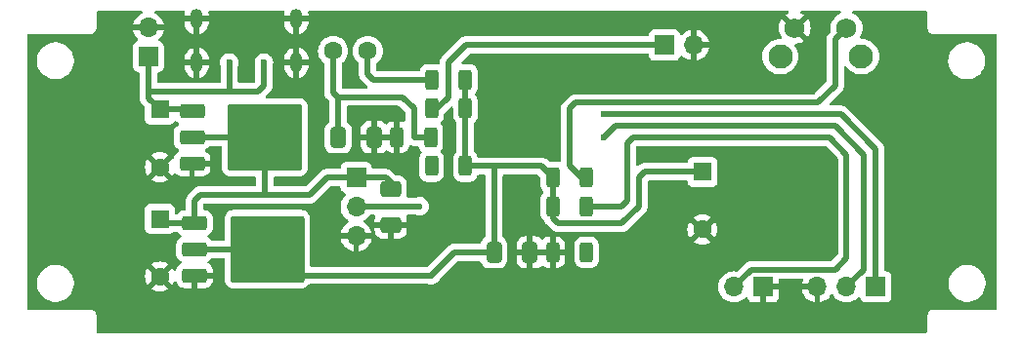
<source format=gbl>
G04 #@! TF.GenerationSoftware,KiCad,Pcbnew,8.0.3*
G04 #@! TF.CreationDate,2025-03-14T18:39:27+01:00*
G04 #@! TF.ProjectId,NIXIE_Sterownik,4e495849-455f-4537-9465-726f776e696b,rev?*
G04 #@! TF.SameCoordinates,Original*
G04 #@! TF.FileFunction,Copper,L2,Bot*
G04 #@! TF.FilePolarity,Positive*
%FSLAX46Y46*%
G04 Gerber Fmt 4.6, Leading zero omitted, Abs format (unit mm)*
G04 Created by KiCad (PCBNEW 8.0.3) date 2025-03-14 18:39:27*
%MOMM*%
%LPD*%
G01*
G04 APERTURE LIST*
G04 Aperture macros list*
%AMRoundRect*
0 Rectangle with rounded corners*
0 $1 Rounding radius*
0 $2 $3 $4 $5 $6 $7 $8 $9 X,Y pos of 4 corners*
0 Add a 4 corners polygon primitive as box body*
4,1,4,$2,$3,$4,$5,$6,$7,$8,$9,$2,$3,0*
0 Add four circle primitives for the rounded corners*
1,1,$1+$1,$2,$3*
1,1,$1+$1,$4,$5*
1,1,$1+$1,$6,$7*
1,1,$1+$1,$8,$9*
0 Add four rect primitives between the rounded corners*
20,1,$1+$1,$2,$3,$4,$5,0*
20,1,$1+$1,$4,$5,$6,$7,0*
20,1,$1+$1,$6,$7,$8,$9,0*
20,1,$1+$1,$8,$9,$2,$3,0*%
G04 Aperture macros list end*
G04 #@! TA.AperFunction,ComponentPad*
%ADD10O,1.100000X1.700000*%
G04 #@! TD*
G04 #@! TA.AperFunction,ComponentPad*
%ADD11R,1.700000X1.700000*%
G04 #@! TD*
G04 #@! TA.AperFunction,ComponentPad*
%ADD12O,1.700000X1.700000*%
G04 #@! TD*
G04 #@! TA.AperFunction,ComponentPad*
%ADD13R,1.600000X1.600000*%
G04 #@! TD*
G04 #@! TA.AperFunction,ComponentPad*
%ADD14C,1.600000*%
G04 #@! TD*
G04 #@! TA.AperFunction,ComponentPad*
%ADD15C,2.100000*%
G04 #@! TD*
G04 #@! TA.AperFunction,ComponentPad*
%ADD16C,1.750000*%
G04 #@! TD*
G04 #@! TA.AperFunction,SMDPad,CuDef*
%ADD17RoundRect,0.250000X0.312500X0.625000X-0.312500X0.625000X-0.312500X-0.625000X0.312500X-0.625000X0*%
G04 #@! TD*
G04 #@! TA.AperFunction,SMDPad,CuDef*
%ADD18RoundRect,0.250000X-0.850000X-0.350000X0.850000X-0.350000X0.850000X0.350000X-0.850000X0.350000X0*%
G04 #@! TD*
G04 #@! TA.AperFunction,SMDPad,CuDef*
%ADD19RoundRect,0.250000X-1.275000X-1.125000X1.275000X-1.125000X1.275000X1.125000X-1.275000X1.125000X0*%
G04 #@! TD*
G04 #@! TA.AperFunction,SMDPad,CuDef*
%ADD20RoundRect,0.249997X-2.950003X-2.650003X2.950003X-2.650003X2.950003X2.650003X-2.950003X2.650003X0*%
G04 #@! TD*
G04 #@! TA.AperFunction,SMDPad,CuDef*
%ADD21RoundRect,0.250000X-0.650000X0.412500X-0.650000X-0.412500X0.650000X-0.412500X0.650000X0.412500X0*%
G04 #@! TD*
G04 #@! TA.AperFunction,SMDPad,CuDef*
%ADD22RoundRect,0.250000X-0.412500X-0.650000X0.412500X-0.650000X0.412500X0.650000X-0.412500X0.650000X0*%
G04 #@! TD*
G04 #@! TA.AperFunction,ViaPad*
%ADD23C,0.600000*%
G04 #@! TD*
G04 #@! TA.AperFunction,Conductor*
%ADD24C,0.500000*%
G04 #@! TD*
G04 #@! TA.AperFunction,Conductor*
%ADD25C,0.200000*%
G04 #@! TD*
G04 APERTURE END LIST*
D10*
X103320000Y-60000000D03*
X103320000Y-56200000D03*
X94680000Y-60000000D03*
X94680000Y-56200000D03*
D11*
X108500000Y-70000000D03*
D12*
X108500000Y-72540000D03*
X108500000Y-75080000D03*
D11*
X90500000Y-59500000D03*
D12*
X90500000Y-56960000D03*
D11*
X153540000Y-79500000D03*
D12*
X151000000Y-79500000D03*
X148460000Y-79500000D03*
D11*
X143775000Y-79500000D03*
D12*
X141235000Y-79500000D03*
D13*
X138500000Y-69500000D03*
D14*
X138500000Y-74500000D03*
D15*
X145250000Y-59490000D03*
X152260000Y-59490000D03*
D16*
X146500000Y-57000000D03*
X151000000Y-57000000D03*
D13*
X91500000Y-64097349D03*
D14*
X91500000Y-69097349D03*
X109500000Y-59000000D03*
X106500000Y-59000000D03*
D11*
X135225000Y-58500000D03*
D12*
X137765000Y-58500000D03*
D13*
X91500000Y-73597349D03*
D14*
X91500000Y-78597349D03*
D17*
X128462500Y-72500000D03*
X125537500Y-72500000D03*
D18*
X94277651Y-68780000D03*
X94277651Y-66500000D03*
D19*
X98902651Y-64975000D03*
X98902651Y-68025000D03*
D20*
X100577651Y-66500000D03*
D19*
X102252651Y-64975000D03*
X102252651Y-68025000D03*
D18*
X94277651Y-64220000D03*
D17*
X117962500Y-64000000D03*
X115037500Y-64000000D03*
D21*
X111500000Y-71000000D03*
X111500000Y-74125000D03*
D17*
X114962500Y-66500000D03*
X112037500Y-66500000D03*
D22*
X106937500Y-66500000D03*
X110062500Y-66500000D03*
D17*
X128462500Y-70000000D03*
X125537500Y-70000000D03*
X128462500Y-76500000D03*
X125537500Y-76500000D03*
X117962500Y-61500000D03*
X115037500Y-61500000D03*
X117962500Y-69000000D03*
X115037500Y-69000000D03*
D18*
X94500000Y-78500000D03*
X94500000Y-76220000D03*
D19*
X99125000Y-74695000D03*
X99125000Y-77745000D03*
D20*
X100800000Y-76220000D03*
D19*
X102475000Y-74695000D03*
X102475000Y-77745000D03*
D18*
X94500000Y-73940000D03*
D22*
X120437500Y-76500000D03*
X123562500Y-76500000D03*
D23*
X129500000Y-78500000D03*
X96000000Y-60000000D03*
X102000000Y-60000000D03*
X115000000Y-78500000D03*
X115000000Y-66500000D03*
X115000000Y-68500000D03*
X114000000Y-72500000D03*
X128500000Y-72500000D03*
X128500000Y-76500000D03*
X115000000Y-64500000D03*
X128500000Y-70500000D03*
X130000000Y-64500000D03*
X130000000Y-66500000D03*
X100500000Y-60000000D03*
X97500000Y-60000000D03*
D24*
X100950000Y-76220000D02*
X94500000Y-76220000D01*
X117962500Y-62000000D02*
X117962500Y-69000000D01*
X133000000Y-72500000D02*
X133000000Y-70000000D01*
X117000000Y-76500000D02*
X115000000Y-78500000D01*
X125537500Y-72500000D02*
X125537500Y-73537500D01*
X125537500Y-73537500D02*
X126000000Y-74000000D01*
X133500000Y-69500000D02*
X138500000Y-69500000D01*
X126000000Y-74000000D02*
X131500000Y-74000000D01*
X120437500Y-76500000D02*
X117000000Y-76500000D01*
X125537500Y-70000000D02*
X125537500Y-72500000D01*
X133000000Y-70000000D02*
X133500000Y-69500000D01*
X120437500Y-69062500D02*
X120500000Y-69000000D01*
X102475000Y-77745000D02*
X100950000Y-76220000D01*
X124537500Y-69000000D02*
X125537500Y-70000000D01*
X131500000Y-74000000D02*
X133000000Y-72500000D01*
X103230000Y-78500000D02*
X102475000Y-77745000D01*
X120437500Y-76500000D02*
X120437500Y-69062500D01*
X117962500Y-69000000D02*
X120500000Y-69000000D01*
X120500000Y-69000000D02*
X124537500Y-69000000D01*
X115000000Y-78500000D02*
X103230000Y-78500000D01*
X99500000Y-71500000D02*
X100500000Y-71500000D01*
X94500000Y-72000000D02*
X95000000Y-71500000D01*
X95000000Y-71500000D02*
X99500000Y-71500000D01*
X91842651Y-73940000D02*
X91500000Y-73597349D01*
X108500000Y-70000000D02*
X111062500Y-70000000D01*
X99500000Y-71500000D02*
X104500000Y-71500000D01*
X94500000Y-73940000D02*
X94500000Y-72000000D01*
X100500000Y-71500000D02*
X100577651Y-71422349D01*
X100577651Y-66500000D02*
X100000000Y-66500000D01*
X111062500Y-70000000D02*
X112000000Y-70937500D01*
X104500000Y-71500000D02*
X106000000Y-70000000D01*
X100577651Y-71422349D02*
X100577651Y-66500000D01*
X99277651Y-66500000D02*
X94277651Y-66500000D01*
X106000000Y-70000000D02*
X108500000Y-70000000D01*
X94500000Y-73940000D02*
X91842651Y-73940000D01*
X113500000Y-64000000D02*
X112500000Y-63000000D01*
X112500000Y-63000000D02*
X107000000Y-63000000D01*
X113500000Y-66500000D02*
X113500000Y-64000000D01*
X107000000Y-63000000D02*
X106937500Y-63062500D01*
X115000000Y-66500000D02*
X113500000Y-66500000D01*
X106500000Y-62625000D02*
X106500000Y-59000000D01*
X106937500Y-63062500D02*
X106937500Y-66500000D01*
X106937500Y-63062500D02*
X106500000Y-62625000D01*
X108000000Y-72485000D02*
X113985000Y-72485000D01*
D25*
X113985000Y-72485000D02*
X114000000Y-72500000D01*
D24*
X132000000Y-67000000D02*
X132000000Y-72000000D01*
X142735000Y-78000000D02*
X150000000Y-78000000D01*
X151000000Y-77000000D02*
X151000000Y-68000000D01*
X151000000Y-68000000D02*
X149500000Y-66500000D01*
X149500000Y-66500000D02*
X132500000Y-66500000D01*
X132000000Y-72000000D02*
X131500000Y-72500000D01*
X132500000Y-66500000D02*
X132000000Y-67000000D01*
X131500000Y-72500000D02*
X128462500Y-72500000D01*
X141235000Y-79500000D02*
X142735000Y-78000000D01*
X150000000Y-78000000D02*
X151000000Y-77000000D01*
X115000000Y-64500000D02*
X116500000Y-63000000D01*
X118000000Y-58500000D02*
X135225000Y-58500000D01*
X116500000Y-60000000D02*
X118000000Y-58500000D01*
X116500000Y-63000000D02*
X116500000Y-60000000D01*
X110000000Y-61500000D02*
X109500000Y-61000000D01*
X115037500Y-61500000D02*
X110000000Y-61500000D01*
X109500000Y-61000000D02*
X109500000Y-59000000D01*
X127000000Y-64000000D02*
X127500000Y-63500000D01*
X128500000Y-70500000D02*
X127000000Y-69000000D01*
X127000000Y-69000000D02*
X127000000Y-64000000D01*
X150000000Y-58000000D02*
X151000000Y-57000000D01*
X150000000Y-62000000D02*
X150000000Y-58000000D01*
X148500000Y-63500000D02*
X150000000Y-62000000D01*
X127500000Y-63500000D02*
X148500000Y-63500000D01*
X153540000Y-79500000D02*
X153540000Y-67540000D01*
X153540000Y-67540000D02*
X150500000Y-64500000D01*
X150500000Y-64500000D02*
X130000000Y-64500000D01*
X150000000Y-65500000D02*
X131000000Y-65500000D01*
X151000000Y-79500000D02*
X152500000Y-78000000D01*
X152500000Y-68000000D02*
X150000000Y-65500000D01*
X152500000Y-78000000D02*
X152500000Y-68000000D01*
X131000000Y-65500000D02*
X130000000Y-66500000D01*
X94155000Y-64097349D02*
X94277651Y-64220000D01*
X97500000Y-62500000D02*
X100000000Y-62500000D01*
X91500000Y-64097349D02*
X94155000Y-64097349D01*
X90500000Y-59500000D02*
X90500000Y-62500000D01*
X90500000Y-62500000D02*
X90500000Y-63097349D01*
X90500000Y-63097349D02*
X91500000Y-64097349D01*
X100500000Y-60500000D02*
X100500000Y-60000000D01*
X100500000Y-62000000D02*
X100500000Y-60500000D01*
X90500000Y-62500000D02*
X97500000Y-62500000D01*
X100000000Y-62500000D02*
X100500000Y-62000000D01*
X97500000Y-62500000D02*
X97500000Y-60000000D01*
G04 #@! TA.AperFunction,Conductor*
G36*
X89943247Y-55520185D02*
G01*
X89989002Y-55572989D01*
X89998946Y-55642147D01*
X89969921Y-55705703D01*
X89928613Y-55736882D01*
X89822422Y-55786399D01*
X89822420Y-55786400D01*
X89628926Y-55921886D01*
X89628920Y-55921891D01*
X89461891Y-56088920D01*
X89461886Y-56088926D01*
X89326400Y-56282420D01*
X89326399Y-56282422D01*
X89226570Y-56496507D01*
X89226567Y-56496513D01*
X89169364Y-56709999D01*
X89169364Y-56710000D01*
X90066988Y-56710000D01*
X90034075Y-56767007D01*
X90000000Y-56894174D01*
X90000000Y-57025826D01*
X90034075Y-57152993D01*
X90066988Y-57210000D01*
X89169364Y-57210000D01*
X89226567Y-57423486D01*
X89226570Y-57423492D01*
X89326399Y-57637578D01*
X89461894Y-57831082D01*
X89583946Y-57953134D01*
X89617431Y-58014457D01*
X89612447Y-58084149D01*
X89570575Y-58140082D01*
X89539598Y-58156997D01*
X89407671Y-58206202D01*
X89407664Y-58206206D01*
X89292455Y-58292452D01*
X89292452Y-58292455D01*
X89206206Y-58407664D01*
X89206202Y-58407671D01*
X89155908Y-58542517D01*
X89152327Y-58575829D01*
X89149501Y-58602123D01*
X89149500Y-58602135D01*
X89149500Y-60397870D01*
X89149501Y-60397876D01*
X89155908Y-60457483D01*
X89206202Y-60592328D01*
X89206206Y-60592335D01*
X89292452Y-60707544D01*
X89292455Y-60707547D01*
X89407664Y-60793793D01*
X89407671Y-60793797D01*
X89417219Y-60797358D01*
X89542517Y-60844091D01*
X89602127Y-60850500D01*
X89625497Y-60850499D01*
X89692536Y-60870181D01*
X89738292Y-60922983D01*
X89749500Y-60974499D01*
X89749500Y-62426082D01*
X89749500Y-63171267D01*
X89749500Y-63171269D01*
X89749499Y-63171269D01*
X89778340Y-63316256D01*
X89778343Y-63316266D01*
X89834913Y-63452839D01*
X89834916Y-63452844D01*
X89852003Y-63478418D01*
X89917046Y-63575763D01*
X89917052Y-63575770D01*
X90163181Y-63821898D01*
X90196666Y-63883221D01*
X90199500Y-63909579D01*
X90199500Y-64945219D01*
X90199501Y-64945225D01*
X90205908Y-65004832D01*
X90256202Y-65139677D01*
X90256206Y-65139684D01*
X90342452Y-65254893D01*
X90342455Y-65254896D01*
X90457664Y-65341142D01*
X90457671Y-65341146D01*
X90592517Y-65391440D01*
X90592516Y-65391440D01*
X90599444Y-65392184D01*
X90652127Y-65397849D01*
X92347872Y-65397848D01*
X92407483Y-65391440D01*
X92542331Y-65341145D01*
X92657546Y-65254895D01*
X92740307Y-65144339D01*
X92796240Y-65102470D01*
X92865932Y-65097486D01*
X92927254Y-65130971D01*
X92958995Y-65162712D01*
X93107745Y-65254461D01*
X93154469Y-65306409D01*
X93165692Y-65375372D01*
X93137848Y-65439454D01*
X93107745Y-65465539D01*
X92958993Y-65557289D01*
X92834940Y-65681342D01*
X92742838Y-65830663D01*
X92742837Y-65830666D01*
X92687652Y-65997203D01*
X92687652Y-65997204D01*
X92687651Y-65997204D01*
X92677151Y-66099983D01*
X92677151Y-66900001D01*
X92677152Y-66900019D01*
X92687651Y-67002796D01*
X92687652Y-67002799D01*
X92742836Y-67169331D01*
X92742838Y-67169336D01*
X92775111Y-67221659D01*
X92834938Y-67318655D01*
X92834940Y-67318657D01*
X92958995Y-67442712D01*
X93108220Y-67534754D01*
X93154945Y-67586702D01*
X93166168Y-67655664D01*
X93138325Y-67719747D01*
X93108221Y-67745831D01*
X92959310Y-67837680D01*
X92959306Y-67837683D01*
X92835335Y-67961654D01*
X92743294Y-68110875D01*
X92743292Y-68110880D01*
X92686016Y-68283730D01*
X92683511Y-68282899D01*
X92655887Y-68333852D01*
X92594664Y-68367520D01*
X92582596Y-68368305D01*
X91900000Y-69050901D01*
X91900000Y-69044688D01*
X91872741Y-68942955D01*
X91820080Y-68851743D01*
X91745606Y-68777269D01*
X91654394Y-68724608D01*
X91552661Y-68697349D01*
X91546448Y-68697349D01*
X92225472Y-68018323D01*
X92152478Y-67967212D01*
X91946331Y-67871084D01*
X91946317Y-67871079D01*
X91726610Y-67812209D01*
X91726599Y-67812207D01*
X91500002Y-67792383D01*
X91499998Y-67792383D01*
X91273400Y-67812207D01*
X91273389Y-67812209D01*
X91053682Y-67871079D01*
X91053673Y-67871083D01*
X90847516Y-67967215D01*
X90847512Y-67967217D01*
X90774526Y-68018322D01*
X90774526Y-68018323D01*
X91453553Y-68697349D01*
X91447339Y-68697349D01*
X91345606Y-68724608D01*
X91254394Y-68777269D01*
X91179920Y-68851743D01*
X91127259Y-68942955D01*
X91100000Y-69044688D01*
X91100000Y-69050901D01*
X90420974Y-68371875D01*
X90420973Y-68371875D01*
X90369868Y-68444861D01*
X90369866Y-68444865D01*
X90273734Y-68651022D01*
X90273730Y-68651031D01*
X90214860Y-68870738D01*
X90214858Y-68870749D01*
X90195034Y-69097346D01*
X90195034Y-69097351D01*
X90214858Y-69323948D01*
X90214860Y-69323959D01*
X90273730Y-69543666D01*
X90273735Y-69543680D01*
X90369863Y-69749827D01*
X90420974Y-69822821D01*
X91100000Y-69143795D01*
X91100000Y-69150010D01*
X91127259Y-69251743D01*
X91179920Y-69342955D01*
X91254394Y-69417429D01*
X91345606Y-69470090D01*
X91447339Y-69497349D01*
X91453553Y-69497349D01*
X90774526Y-70176374D01*
X90847513Y-70227481D01*
X90847521Y-70227485D01*
X91053668Y-70323613D01*
X91053682Y-70323618D01*
X91273389Y-70382488D01*
X91273400Y-70382490D01*
X91499998Y-70402315D01*
X91500002Y-70402315D01*
X91726599Y-70382490D01*
X91726610Y-70382488D01*
X91946317Y-70323618D01*
X91946331Y-70323613D01*
X92152478Y-70227485D01*
X92225471Y-70176373D01*
X91546447Y-69497349D01*
X91552661Y-69497349D01*
X91654394Y-69470090D01*
X91745606Y-69417429D01*
X91820080Y-69342955D01*
X91872741Y-69251743D01*
X91900000Y-69150010D01*
X91900000Y-69143796D01*
X92579024Y-69822820D01*
X92630135Y-69749829D01*
X92668723Y-69667075D01*
X92714895Y-69614635D01*
X92782088Y-69595482D01*
X92848970Y-69615697D01*
X92868787Y-69631797D01*
X92959305Y-69722315D01*
X93108526Y-69814356D01*
X93108531Y-69814358D01*
X93274953Y-69869505D01*
X93274960Y-69869506D01*
X93377670Y-69879999D01*
X94027650Y-69879999D01*
X94527651Y-69879999D01*
X95177623Y-69879999D01*
X95177637Y-69879998D01*
X95280348Y-69869505D01*
X95446770Y-69814358D01*
X95446775Y-69814356D01*
X95595996Y-69722315D01*
X95719966Y-69598345D01*
X95812007Y-69449124D01*
X95812009Y-69449119D01*
X95867156Y-69282697D01*
X95867157Y-69282690D01*
X95877650Y-69179986D01*
X95877651Y-69179973D01*
X95877651Y-69030000D01*
X94527651Y-69030000D01*
X94527651Y-69879999D01*
X94027650Y-69879999D01*
X94027651Y-69879998D01*
X94027651Y-68654000D01*
X94047336Y-68586961D01*
X94100140Y-68541206D01*
X94151651Y-68530000D01*
X95877650Y-68530000D01*
X95877650Y-68380028D01*
X95877649Y-68380013D01*
X95867156Y-68277302D01*
X95812009Y-68110880D01*
X95812007Y-68110875D01*
X95719966Y-67961654D01*
X95595996Y-67837684D01*
X95447080Y-67745832D01*
X95400356Y-67693884D01*
X95389133Y-67624921D01*
X95416977Y-67560839D01*
X95447077Y-67534756D01*
X95596307Y-67442712D01*
X95720363Y-67318656D01*
X95726071Y-67309402D01*
X95778019Y-67262678D01*
X95831609Y-67250500D01*
X96753151Y-67250500D01*
X96820190Y-67270185D01*
X96865945Y-67322989D01*
X96877151Y-67374500D01*
X96877151Y-69200019D01*
X96887652Y-69302801D01*
X96942835Y-69469333D01*
X96942840Y-69469344D01*
X97034936Y-69618653D01*
X97034939Y-69618657D01*
X97158993Y-69742711D01*
X97158997Y-69742714D01*
X97308306Y-69834810D01*
X97308309Y-69834811D01*
X97308315Y-69834815D01*
X97474851Y-69889999D01*
X97577639Y-69900500D01*
X97577642Y-69900500D01*
X99703151Y-69900500D01*
X99770190Y-69920185D01*
X99815945Y-69972989D01*
X99827151Y-70024500D01*
X99827151Y-70625500D01*
X99807466Y-70692539D01*
X99754662Y-70738294D01*
X99703151Y-70749500D01*
X94926080Y-70749500D01*
X94781092Y-70778340D01*
X94781082Y-70778343D01*
X94644509Y-70834913D01*
X94644504Y-70834916D01*
X94622643Y-70849523D01*
X94521585Y-70917046D01*
X94521578Y-70917052D01*
X93917050Y-71521581D01*
X93917044Y-71521589D01*
X93879386Y-71577948D01*
X93879387Y-71577949D01*
X93834913Y-71644508D01*
X93778343Y-71781082D01*
X93778340Y-71781092D01*
X93749500Y-71926079D01*
X93749500Y-72715500D01*
X93729815Y-72782539D01*
X93677011Y-72828294D01*
X93625504Y-72839500D01*
X93600000Y-72839500D01*
X93599980Y-72839501D01*
X93497203Y-72850000D01*
X93497200Y-72850001D01*
X93330668Y-72905185D01*
X93330663Y-72905187D01*
X93181342Y-72997289D01*
X93057287Y-73121344D01*
X93051580Y-73130598D01*
X92999632Y-73177322D01*
X92946042Y-73189500D01*
X92924499Y-73189500D01*
X92857460Y-73169815D01*
X92811705Y-73117011D01*
X92800499Y-73065500D01*
X92800499Y-72749478D01*
X92800498Y-72749472D01*
X92800497Y-72749465D01*
X92794091Y-72689866D01*
X92790133Y-72679255D01*
X92743797Y-72555020D01*
X92743793Y-72555013D01*
X92657547Y-72439804D01*
X92657544Y-72439801D01*
X92542335Y-72353555D01*
X92542328Y-72353551D01*
X92407482Y-72303257D01*
X92407483Y-72303257D01*
X92347883Y-72296850D01*
X92347881Y-72296849D01*
X92347873Y-72296849D01*
X92347864Y-72296849D01*
X90652129Y-72296849D01*
X90652123Y-72296850D01*
X90592516Y-72303257D01*
X90457671Y-72353551D01*
X90457664Y-72353555D01*
X90342455Y-72439801D01*
X90342452Y-72439804D01*
X90256206Y-72555013D01*
X90256202Y-72555020D01*
X90205908Y-72689866D01*
X90199501Y-72749465D01*
X90199501Y-72749472D01*
X90199500Y-72749484D01*
X90199500Y-74445219D01*
X90199501Y-74445225D01*
X90205908Y-74504832D01*
X90256202Y-74639677D01*
X90256206Y-74639684D01*
X90342452Y-74754893D01*
X90342455Y-74754896D01*
X90457664Y-74841142D01*
X90457671Y-74841146D01*
X90592517Y-74891440D01*
X90592516Y-74891440D01*
X90599444Y-74892184D01*
X90652127Y-74897849D01*
X92347872Y-74897848D01*
X92407483Y-74891440D01*
X92542331Y-74841145D01*
X92657546Y-74754895D01*
X92668554Y-74740189D01*
X92724487Y-74698318D01*
X92767821Y-74690500D01*
X92946042Y-74690500D01*
X93013081Y-74710185D01*
X93051580Y-74749402D01*
X93057288Y-74758656D01*
X93181344Y-74882712D01*
X93330094Y-74974461D01*
X93376818Y-75026409D01*
X93388041Y-75095372D01*
X93360197Y-75159454D01*
X93330094Y-75185538D01*
X93322560Y-75190186D01*
X93181342Y-75277289D01*
X93057289Y-75401342D01*
X92965187Y-75550663D01*
X92965185Y-75550668D01*
X92938854Y-75630132D01*
X92910001Y-75717203D01*
X92910001Y-75717204D01*
X92910000Y-75717204D01*
X92899500Y-75819983D01*
X92899500Y-76620001D01*
X92899501Y-76620019D01*
X92910000Y-76722796D01*
X92910001Y-76722799D01*
X92910880Y-76725451D01*
X92965186Y-76889334D01*
X93057288Y-77038656D01*
X93181344Y-77162712D01*
X93241812Y-77200009D01*
X93330569Y-77254754D01*
X93377294Y-77306702D01*
X93388517Y-77375664D01*
X93360674Y-77439747D01*
X93330570Y-77465831D01*
X93181659Y-77557680D01*
X93181655Y-77557683D01*
X93057684Y-77681654D01*
X92965643Y-77830875D01*
X92965641Y-77830880D01*
X92910494Y-77997302D01*
X92910492Y-77997313D01*
X92910203Y-78000145D01*
X92909536Y-78001777D01*
X92909076Y-78003929D01*
X92908692Y-78003846D01*
X92883800Y-78064834D01*
X92826615Y-78104979D01*
X92756803Y-78107835D01*
X92696530Y-78072494D01*
X92674463Y-78039933D01*
X92630131Y-77944861D01*
X92579025Y-77871875D01*
X91900000Y-78550900D01*
X91900000Y-78544688D01*
X91872741Y-78442955D01*
X91820080Y-78351743D01*
X91745606Y-78277269D01*
X91654394Y-78224608D01*
X91552661Y-78197349D01*
X91546448Y-78197349D01*
X92225472Y-77518323D01*
X92152478Y-77467212D01*
X91946331Y-77371084D01*
X91946317Y-77371079D01*
X91726610Y-77312209D01*
X91726599Y-77312207D01*
X91500002Y-77292383D01*
X91499998Y-77292383D01*
X91273400Y-77312207D01*
X91273389Y-77312209D01*
X91053682Y-77371079D01*
X91053673Y-77371083D01*
X90847516Y-77467215D01*
X90847512Y-77467217D01*
X90774526Y-77518322D01*
X90774526Y-77518323D01*
X91453553Y-78197349D01*
X91447339Y-78197349D01*
X91345606Y-78224608D01*
X91254394Y-78277269D01*
X91179920Y-78351743D01*
X91127259Y-78442955D01*
X91100000Y-78544688D01*
X91100000Y-78550901D01*
X90420974Y-77871875D01*
X90420973Y-77871875D01*
X90369868Y-77944861D01*
X90369866Y-77944865D01*
X90273734Y-78151022D01*
X90273730Y-78151031D01*
X90214860Y-78370738D01*
X90214858Y-78370749D01*
X90195034Y-78597346D01*
X90195034Y-78597351D01*
X90214858Y-78823948D01*
X90214860Y-78823959D01*
X90273730Y-79043666D01*
X90273735Y-79043680D01*
X90369863Y-79249827D01*
X90420974Y-79322821D01*
X91100000Y-78643795D01*
X91100000Y-78650010D01*
X91127259Y-78751743D01*
X91179920Y-78842955D01*
X91254394Y-78917429D01*
X91345606Y-78970090D01*
X91447339Y-78997349D01*
X91453553Y-78997349D01*
X90774526Y-79676374D01*
X90847513Y-79727481D01*
X90847521Y-79727485D01*
X91053668Y-79823613D01*
X91053682Y-79823618D01*
X91273389Y-79882488D01*
X91273400Y-79882490D01*
X91499998Y-79902315D01*
X91500002Y-79902315D01*
X91726599Y-79882490D01*
X91726610Y-79882488D01*
X91946317Y-79823618D01*
X91946331Y-79823613D01*
X92152478Y-79727485D01*
X92225471Y-79676373D01*
X91546447Y-78997349D01*
X91552661Y-78997349D01*
X91654394Y-78970090D01*
X91745606Y-78917429D01*
X91820080Y-78842955D01*
X91872741Y-78751743D01*
X91900000Y-78650010D01*
X91900000Y-78643796D01*
X92579024Y-79322820D01*
X92630136Y-79249827D01*
X92709991Y-79078578D01*
X92756163Y-79026138D01*
X92823356Y-79006986D01*
X92890238Y-79027201D01*
X92935572Y-79080367D01*
X92940079Y-79091977D01*
X92965642Y-79169121D01*
X92965643Y-79169124D01*
X93057684Y-79318345D01*
X93181654Y-79442315D01*
X93330875Y-79534356D01*
X93330880Y-79534358D01*
X93497302Y-79589505D01*
X93497309Y-79589506D01*
X93600019Y-79599999D01*
X94249999Y-79599999D01*
X94750000Y-79599999D01*
X95399972Y-79599999D01*
X95399986Y-79599998D01*
X95502697Y-79589505D01*
X95669119Y-79534358D01*
X95669124Y-79534356D01*
X95818345Y-79442315D01*
X95942315Y-79318345D01*
X96034356Y-79169124D01*
X96034358Y-79169119D01*
X96089505Y-79002697D01*
X96089506Y-79002690D01*
X96099999Y-78899986D01*
X96100000Y-78899973D01*
X96100000Y-78750000D01*
X94750000Y-78750000D01*
X94750000Y-79599999D01*
X94249999Y-79599999D01*
X94250000Y-79599998D01*
X94250000Y-78374000D01*
X94269685Y-78306961D01*
X94322489Y-78261206D01*
X94374000Y-78250000D01*
X96099999Y-78250000D01*
X96099999Y-78100028D01*
X96099998Y-78100013D01*
X96089505Y-77997302D01*
X96034358Y-77830880D01*
X96034356Y-77830875D01*
X95942315Y-77681654D01*
X95818345Y-77557684D01*
X95669429Y-77465832D01*
X95622705Y-77413884D01*
X95611482Y-77344921D01*
X95639326Y-77280839D01*
X95669426Y-77254756D01*
X95818656Y-77162712D01*
X95942712Y-77038656D01*
X95948420Y-77029402D01*
X96000368Y-76982678D01*
X96053958Y-76970500D01*
X96975500Y-76970500D01*
X97042539Y-76990185D01*
X97088294Y-77042989D01*
X97099500Y-77094500D01*
X97099500Y-78920019D01*
X97110001Y-79022801D01*
X97165184Y-79189333D01*
X97165189Y-79189344D01*
X97257285Y-79338653D01*
X97257288Y-79338657D01*
X97381342Y-79462711D01*
X97381346Y-79462714D01*
X97530655Y-79554810D01*
X97530658Y-79554811D01*
X97530664Y-79554815D01*
X97697200Y-79609999D01*
X97799988Y-79620500D01*
X97799991Y-79620500D01*
X97799993Y-79620500D01*
X103800007Y-79620500D01*
X103800012Y-79620500D01*
X103902800Y-79609999D01*
X104069336Y-79554815D01*
X104218657Y-79462712D01*
X104342712Y-79338657D01*
X104360756Y-79309402D01*
X104412702Y-79262679D01*
X104466294Y-79250500D01*
X114700028Y-79250500D01*
X114740982Y-79257457D01*
X114761371Y-79264592D01*
X114820745Y-79285368D01*
X114820750Y-79285369D01*
X114999996Y-79305565D01*
X115000000Y-79305565D01*
X115000004Y-79305565D01*
X115179249Y-79285369D01*
X115179252Y-79285368D01*
X115179255Y-79285368D01*
X115349522Y-79225789D01*
X115502262Y-79129816D01*
X115629816Y-79002262D01*
X115725789Y-78849522D01*
X115725792Y-78849510D01*
X115728810Y-78843248D01*
X115730650Y-78844134D01*
X115753305Y-78808061D01*
X117274548Y-77286819D01*
X117335871Y-77253334D01*
X117362229Y-77250500D01*
X119178130Y-77250500D01*
X119245169Y-77270185D01*
X119290924Y-77322989D01*
X119295836Y-77335495D01*
X119340186Y-77469334D01*
X119432288Y-77618656D01*
X119556344Y-77742712D01*
X119705666Y-77834814D01*
X119872203Y-77889999D01*
X119974991Y-77900500D01*
X120900008Y-77900499D01*
X120900016Y-77900498D01*
X120900019Y-77900498D01*
X120956302Y-77894748D01*
X121002797Y-77889999D01*
X121169334Y-77834814D01*
X121318656Y-77742712D01*
X121442712Y-77618656D01*
X121534814Y-77469334D01*
X121589999Y-77302797D01*
X121600500Y-77200009D01*
X121600500Y-77199986D01*
X122400001Y-77199986D01*
X122410494Y-77302697D01*
X122465641Y-77469119D01*
X122465643Y-77469124D01*
X122557684Y-77618345D01*
X122681654Y-77742315D01*
X122830875Y-77834356D01*
X122830880Y-77834358D01*
X122997302Y-77889505D01*
X122997309Y-77889506D01*
X123100019Y-77899999D01*
X123312499Y-77899999D01*
X123812500Y-77899999D01*
X124024972Y-77899999D01*
X124024986Y-77899998D01*
X124127697Y-77889505D01*
X124294119Y-77834358D01*
X124294124Y-77834356D01*
X124443345Y-77742315D01*
X124524819Y-77660842D01*
X124586142Y-77627357D01*
X124655834Y-77632341D01*
X124700181Y-77660842D01*
X124756654Y-77717315D01*
X124905875Y-77809356D01*
X124905880Y-77809358D01*
X125072302Y-77864505D01*
X125072309Y-77864506D01*
X125175019Y-77874999D01*
X125287499Y-77874999D01*
X125787500Y-77874999D01*
X125899972Y-77874999D01*
X125899986Y-77874998D01*
X126002697Y-77864505D01*
X126169119Y-77809358D01*
X126169124Y-77809356D01*
X126318345Y-77717315D01*
X126442315Y-77593345D01*
X126534356Y-77444124D01*
X126534358Y-77444119D01*
X126589505Y-77277697D01*
X126589506Y-77277690D01*
X126599999Y-77174986D01*
X126600000Y-77174973D01*
X126600000Y-76750000D01*
X125787500Y-76750000D01*
X125787500Y-77874999D01*
X125287499Y-77874999D01*
X125287500Y-77874998D01*
X125287500Y-76750000D01*
X123812500Y-76750000D01*
X123812500Y-77899999D01*
X123312499Y-77899999D01*
X123312500Y-77899998D01*
X123312500Y-76750000D01*
X122400001Y-76750000D01*
X122400001Y-77199986D01*
X121600500Y-77199986D01*
X121600499Y-75800013D01*
X122400000Y-75800013D01*
X122400000Y-76250000D01*
X123312500Y-76250000D01*
X123812500Y-76250000D01*
X125287500Y-76250000D01*
X125787500Y-76250000D01*
X126599999Y-76250000D01*
X126599999Y-75825028D01*
X126599998Y-75825013D01*
X126599995Y-75824983D01*
X127399500Y-75824983D01*
X127399500Y-77175001D01*
X127399501Y-77175018D01*
X127410000Y-77277796D01*
X127410001Y-77277799D01*
X127465185Y-77444331D01*
X127465187Y-77444336D01*
X127480604Y-77469331D01*
X127557288Y-77593656D01*
X127681344Y-77717712D01*
X127830666Y-77809814D01*
X127997203Y-77864999D01*
X128099991Y-77875500D01*
X128825008Y-77875499D01*
X128825016Y-77875498D01*
X128825019Y-77875498D01*
X128881302Y-77869748D01*
X128927797Y-77864999D01*
X129094334Y-77809814D01*
X129243656Y-77717712D01*
X129367712Y-77593656D01*
X129459814Y-77444334D01*
X129514999Y-77277797D01*
X129525500Y-77175009D01*
X129525499Y-75824992D01*
X129520733Y-75778340D01*
X129514999Y-75722203D01*
X129514998Y-75722200D01*
X129484491Y-75630136D01*
X129459814Y-75555666D01*
X129367712Y-75406344D01*
X129243656Y-75282288D01*
X129094334Y-75190186D01*
X128927797Y-75135001D01*
X128927795Y-75135000D01*
X128825010Y-75124500D01*
X128099998Y-75124500D01*
X128099980Y-75124501D01*
X127997203Y-75135000D01*
X127997200Y-75135001D01*
X127830668Y-75190185D01*
X127830663Y-75190187D01*
X127681342Y-75282289D01*
X127557289Y-75406342D01*
X127465187Y-75555663D01*
X127465185Y-75555668D01*
X127457122Y-75580000D01*
X127410001Y-75722203D01*
X127410001Y-75722204D01*
X127410000Y-75722204D01*
X127399500Y-75824983D01*
X126599995Y-75824983D01*
X126589505Y-75722302D01*
X126534358Y-75555880D01*
X126534356Y-75555875D01*
X126442315Y-75406654D01*
X126318345Y-75282684D01*
X126169124Y-75190643D01*
X126169119Y-75190641D01*
X126002697Y-75135494D01*
X126002690Y-75135493D01*
X125899986Y-75125000D01*
X125787500Y-75125000D01*
X125787500Y-76250000D01*
X125287500Y-76250000D01*
X125287500Y-75125000D01*
X125175027Y-75125000D01*
X125175012Y-75125001D01*
X125072302Y-75135494D01*
X124905880Y-75190641D01*
X124905875Y-75190643D01*
X124756654Y-75282684D01*
X124700181Y-75339158D01*
X124638858Y-75372643D01*
X124569166Y-75367659D01*
X124524819Y-75339158D01*
X124443345Y-75257684D01*
X124294124Y-75165643D01*
X124294119Y-75165641D01*
X124127697Y-75110494D01*
X124127690Y-75110493D01*
X124024986Y-75100000D01*
X123812500Y-75100000D01*
X123812500Y-76250000D01*
X123312500Y-76250000D01*
X123312500Y-75100000D01*
X123100029Y-75100000D01*
X123100012Y-75100001D01*
X122997302Y-75110494D01*
X122830880Y-75165641D01*
X122830875Y-75165643D01*
X122681654Y-75257684D01*
X122557684Y-75381654D01*
X122465643Y-75530875D01*
X122465641Y-75530880D01*
X122410494Y-75697302D01*
X122410493Y-75697309D01*
X122400000Y-75800013D01*
X121600499Y-75800013D01*
X121600499Y-75799992D01*
X121598287Y-75778342D01*
X121589999Y-75697203D01*
X121589998Y-75697200D01*
X121534814Y-75530666D01*
X121442712Y-75381344D01*
X121318656Y-75257288D01*
X121318655Y-75257287D01*
X121246902Y-75213029D01*
X121200178Y-75161081D01*
X121188000Y-75107491D01*
X121188000Y-69874500D01*
X121207685Y-69807461D01*
X121260489Y-69761706D01*
X121312000Y-69750500D01*
X124175270Y-69750500D01*
X124242309Y-69770185D01*
X124262951Y-69786819D01*
X124438181Y-69962049D01*
X124471666Y-70023372D01*
X124474500Y-70049730D01*
X124474500Y-70675001D01*
X124474501Y-70675019D01*
X124485000Y-70777796D01*
X124485001Y-70777799D01*
X124531144Y-70917046D01*
X124540186Y-70944334D01*
X124632288Y-71093656D01*
X124700951Y-71162319D01*
X124734435Y-71223643D01*
X124729450Y-71293334D01*
X124700951Y-71337681D01*
X124632287Y-71406345D01*
X124540187Y-71555663D01*
X124540185Y-71555668D01*
X124534941Y-71571495D01*
X124485001Y-71722203D01*
X124485001Y-71722204D01*
X124485000Y-71722204D01*
X124474500Y-71824983D01*
X124474500Y-73175001D01*
X124474501Y-73175018D01*
X124485000Y-73277796D01*
X124485001Y-73277799D01*
X124515510Y-73369868D01*
X124540186Y-73444334D01*
X124622935Y-73578493D01*
X124632289Y-73593657D01*
X124756344Y-73717712D01*
X124780605Y-73732676D01*
X124827330Y-73784623D01*
X124830070Y-73790763D01*
X124872412Y-73892988D01*
X124872417Y-73892997D01*
X124874196Y-73895659D01*
X124894522Y-73926079D01*
X124894523Y-73926082D01*
X124954546Y-74015914D01*
X124954552Y-74015921D01*
X125521584Y-74582952D01*
X125521586Y-74582954D01*
X125551058Y-74602645D01*
X125595270Y-74632186D01*
X125644505Y-74665084D01*
X125644506Y-74665084D01*
X125644507Y-74665085D01*
X125644509Y-74665086D01*
X125781082Y-74721656D01*
X125781087Y-74721658D01*
X125781091Y-74721658D01*
X125781092Y-74721659D01*
X125926079Y-74750500D01*
X125926082Y-74750500D01*
X131573920Y-74750500D01*
X131694018Y-74726610D01*
X131718913Y-74721658D01*
X131855495Y-74665084D01*
X131904729Y-74632186D01*
X131904734Y-74632183D01*
X131938935Y-74609331D01*
X131978416Y-74582952D01*
X132061371Y-74499997D01*
X137195034Y-74499997D01*
X137195034Y-74500002D01*
X137214858Y-74726599D01*
X137214860Y-74726610D01*
X137273730Y-74946317D01*
X137273735Y-74946331D01*
X137369863Y-75152478D01*
X137420974Y-75225472D01*
X138100000Y-74546446D01*
X138100000Y-74552661D01*
X138127259Y-74654394D01*
X138179920Y-74745606D01*
X138254394Y-74820080D01*
X138345606Y-74872741D01*
X138447339Y-74900000D01*
X138453553Y-74900000D01*
X137774526Y-75579025D01*
X137847513Y-75630132D01*
X137847521Y-75630136D01*
X138053668Y-75726264D01*
X138053682Y-75726269D01*
X138273389Y-75785139D01*
X138273400Y-75785141D01*
X138499998Y-75804966D01*
X138500002Y-75804966D01*
X138726599Y-75785141D01*
X138726610Y-75785139D01*
X138946317Y-75726269D01*
X138946331Y-75726264D01*
X139152478Y-75630136D01*
X139225471Y-75579024D01*
X138546447Y-74900000D01*
X138552661Y-74900000D01*
X138654394Y-74872741D01*
X138745606Y-74820080D01*
X138820080Y-74745606D01*
X138872741Y-74654394D01*
X138900000Y-74552661D01*
X138900000Y-74546447D01*
X139579024Y-75225471D01*
X139630136Y-75152478D01*
X139726264Y-74946331D01*
X139726269Y-74946317D01*
X139785139Y-74726610D01*
X139785141Y-74726599D01*
X139804966Y-74500002D01*
X139804966Y-74499997D01*
X139785141Y-74273400D01*
X139785139Y-74273389D01*
X139726269Y-74053682D01*
X139726264Y-74053668D01*
X139630136Y-73847521D01*
X139630132Y-73847513D01*
X139579025Y-73774526D01*
X138900000Y-74453551D01*
X138900000Y-74447339D01*
X138872741Y-74345606D01*
X138820080Y-74254394D01*
X138745606Y-74179920D01*
X138654394Y-74127259D01*
X138552661Y-74100000D01*
X138546448Y-74100000D01*
X139225472Y-73420974D01*
X139152478Y-73369863D01*
X138946331Y-73273735D01*
X138946317Y-73273730D01*
X138726610Y-73214860D01*
X138726599Y-73214858D01*
X138500002Y-73195034D01*
X138499998Y-73195034D01*
X138273400Y-73214858D01*
X138273389Y-73214860D01*
X138053682Y-73273730D01*
X138053673Y-73273734D01*
X137847516Y-73369866D01*
X137847512Y-73369868D01*
X137774526Y-73420973D01*
X137774526Y-73420974D01*
X138453553Y-74100000D01*
X138447339Y-74100000D01*
X138345606Y-74127259D01*
X138254394Y-74179920D01*
X138179920Y-74254394D01*
X138127259Y-74345606D01*
X138100000Y-74447339D01*
X138100000Y-74453552D01*
X137420974Y-73774526D01*
X137420973Y-73774526D01*
X137369868Y-73847512D01*
X137369866Y-73847516D01*
X137273734Y-74053673D01*
X137273730Y-74053682D01*
X137214860Y-74273389D01*
X137214858Y-74273400D01*
X137195034Y-74499997D01*
X132061371Y-74499997D01*
X133582951Y-72978416D01*
X133665084Y-72855495D01*
X133721658Y-72718913D01*
X133750500Y-72573918D01*
X133750500Y-72426083D01*
X133750500Y-72426082D01*
X133750500Y-70374500D01*
X133770185Y-70307461D01*
X133822989Y-70261706D01*
X133874500Y-70250500D01*
X137077649Y-70250500D01*
X137144688Y-70270185D01*
X137190443Y-70322989D01*
X137200939Y-70361248D01*
X137205908Y-70407483D01*
X137256202Y-70542328D01*
X137256206Y-70542335D01*
X137342452Y-70657544D01*
X137342455Y-70657547D01*
X137457664Y-70743793D01*
X137457671Y-70743797D01*
X137592517Y-70794091D01*
X137592516Y-70794091D01*
X137599444Y-70794835D01*
X137652127Y-70800500D01*
X139347872Y-70800499D01*
X139407483Y-70794091D01*
X139542331Y-70743796D01*
X139657546Y-70657546D01*
X139743796Y-70542331D01*
X139794091Y-70407483D01*
X139800500Y-70347873D01*
X139800499Y-68652128D01*
X139794091Y-68592517D01*
X139774953Y-68541206D01*
X139743797Y-68457671D01*
X139743793Y-68457664D01*
X139657547Y-68342455D01*
X139657544Y-68342452D01*
X139542335Y-68256206D01*
X139542328Y-68256202D01*
X139407482Y-68205908D01*
X139407483Y-68205908D01*
X139347883Y-68199501D01*
X139347881Y-68199500D01*
X139347873Y-68199500D01*
X139347864Y-68199500D01*
X137652129Y-68199500D01*
X137652123Y-68199501D01*
X137592516Y-68205908D01*
X137457671Y-68256202D01*
X137457664Y-68256206D01*
X137342455Y-68342452D01*
X137342452Y-68342455D01*
X137256206Y-68457664D01*
X137256202Y-68457671D01*
X137223620Y-68545030D01*
X137205909Y-68592517D01*
X137200937Y-68638757D01*
X137174201Y-68703306D01*
X137116809Y-68743154D01*
X137077649Y-68749500D01*
X133426080Y-68749500D01*
X133281092Y-68778340D01*
X133281082Y-68778343D01*
X133144509Y-68834913D01*
X133144504Y-68834916D01*
X133122643Y-68849523D01*
X133021585Y-68917046D01*
X133021578Y-68917052D01*
X132962181Y-68976450D01*
X132900858Y-69009935D01*
X132831166Y-69004951D01*
X132775233Y-68963079D01*
X132750816Y-68897615D01*
X132750500Y-68888769D01*
X132750500Y-67374500D01*
X132770185Y-67307461D01*
X132822989Y-67261706D01*
X132874500Y-67250500D01*
X149137770Y-67250500D01*
X149204809Y-67270185D01*
X149225451Y-67286819D01*
X150213181Y-68274548D01*
X150246666Y-68335871D01*
X150249500Y-68362229D01*
X150249500Y-76637770D01*
X150229815Y-76704809D01*
X150213181Y-76725451D01*
X149725451Y-77213181D01*
X149664128Y-77246666D01*
X149637770Y-77249500D01*
X142661080Y-77249500D01*
X142516092Y-77278340D01*
X142516082Y-77278343D01*
X142379511Y-77334912D01*
X142379498Y-77334919D01*
X142256584Y-77417048D01*
X142256580Y-77417051D01*
X141546501Y-78127130D01*
X141485178Y-78160615D01*
X141448013Y-78162977D01*
X141235002Y-78144341D01*
X141234999Y-78144341D01*
X140999596Y-78164936D01*
X140999586Y-78164938D01*
X140771344Y-78226094D01*
X140771335Y-78226098D01*
X140557171Y-78325964D01*
X140557169Y-78325965D01*
X140363597Y-78461505D01*
X140196505Y-78628597D01*
X140060965Y-78822169D01*
X140060964Y-78822171D01*
X139961098Y-79036335D01*
X139961094Y-79036344D01*
X139899938Y-79264586D01*
X139899936Y-79264596D01*
X139879341Y-79499999D01*
X139879341Y-79500000D01*
X139899936Y-79735403D01*
X139899938Y-79735413D01*
X139961094Y-79963655D01*
X139961096Y-79963659D01*
X139961097Y-79963663D01*
X140040801Y-80134588D01*
X140060965Y-80177830D01*
X140060967Y-80177834D01*
X140169281Y-80332521D01*
X140196505Y-80371401D01*
X140363599Y-80538495D01*
X140460384Y-80606265D01*
X140557165Y-80674032D01*
X140557167Y-80674033D01*
X140557170Y-80674035D01*
X140771337Y-80773903D01*
X140999592Y-80835063D01*
X141176034Y-80850500D01*
X141234999Y-80855659D01*
X141235000Y-80855659D01*
X141235001Y-80855659D01*
X141293966Y-80850500D01*
X141470408Y-80835063D01*
X141698663Y-80773903D01*
X141912830Y-80674035D01*
X142106401Y-80538495D01*
X142228717Y-80416178D01*
X142290036Y-80382696D01*
X142359728Y-80387680D01*
X142415662Y-80429551D01*
X142432577Y-80460528D01*
X142481646Y-80592088D01*
X142481649Y-80592093D01*
X142567809Y-80707187D01*
X142567812Y-80707190D01*
X142682906Y-80793350D01*
X142682913Y-80793354D01*
X142817620Y-80843596D01*
X142817627Y-80843598D01*
X142877155Y-80849999D01*
X142877172Y-80850000D01*
X143525000Y-80850000D01*
X143525000Y-79933012D01*
X143582007Y-79965925D01*
X143709174Y-80000000D01*
X143840826Y-80000000D01*
X143967993Y-79965925D01*
X144025000Y-79933012D01*
X144025000Y-80850000D01*
X144672828Y-80850000D01*
X144672844Y-80849999D01*
X144732372Y-80843598D01*
X144732379Y-80843596D01*
X144867086Y-80793354D01*
X144867093Y-80793350D01*
X144982187Y-80707190D01*
X144982190Y-80707187D01*
X145068350Y-80592093D01*
X145068354Y-80592086D01*
X145118596Y-80457379D01*
X145118598Y-80457372D01*
X145124999Y-80397844D01*
X145125000Y-80397827D01*
X145125000Y-79750000D01*
X144208012Y-79750000D01*
X144240925Y-79692993D01*
X144275000Y-79565826D01*
X144275000Y-79434174D01*
X144240925Y-79307007D01*
X144208012Y-79250000D01*
X145125000Y-79250000D01*
X145125000Y-78874500D01*
X145144685Y-78807461D01*
X145197489Y-78761706D01*
X145249000Y-78750500D01*
X147125297Y-78750500D01*
X147192336Y-78770185D01*
X147238091Y-78822989D01*
X147248035Y-78892147D01*
X147237679Y-78926905D01*
X147186569Y-79036507D01*
X147186567Y-79036513D01*
X147129364Y-79249999D01*
X147129364Y-79250000D01*
X148026988Y-79250000D01*
X147994075Y-79307007D01*
X147960000Y-79434174D01*
X147960000Y-79565826D01*
X147994075Y-79692993D01*
X148026988Y-79750000D01*
X147129364Y-79750000D01*
X147186567Y-79963486D01*
X147186570Y-79963492D01*
X147286399Y-80177578D01*
X147421894Y-80371082D01*
X147588917Y-80538105D01*
X147782421Y-80673600D01*
X147996507Y-80773429D01*
X147996516Y-80773433D01*
X148210000Y-80830634D01*
X148210000Y-79933012D01*
X148267007Y-79965925D01*
X148394174Y-80000000D01*
X148525826Y-80000000D01*
X148652993Y-79965925D01*
X148710000Y-79933012D01*
X148710000Y-80830633D01*
X148923483Y-80773433D01*
X148923492Y-80773429D01*
X149137578Y-80673600D01*
X149331082Y-80538105D01*
X149498105Y-80371082D01*
X149628119Y-80185405D01*
X149682696Y-80141781D01*
X149752195Y-80134588D01*
X149814549Y-80166110D01*
X149831269Y-80185405D01*
X149961505Y-80371401D01*
X150128599Y-80538495D01*
X150225384Y-80606265D01*
X150322165Y-80674032D01*
X150322167Y-80674033D01*
X150322170Y-80674035D01*
X150536337Y-80773903D01*
X150764592Y-80835063D01*
X150941034Y-80850500D01*
X150999999Y-80855659D01*
X151000000Y-80855659D01*
X151000001Y-80855659D01*
X151058966Y-80850500D01*
X151235408Y-80835063D01*
X151463663Y-80773903D01*
X151677830Y-80674035D01*
X151871401Y-80538495D01*
X151993329Y-80416566D01*
X152054648Y-80383084D01*
X152124340Y-80388068D01*
X152180274Y-80429939D01*
X152197189Y-80460917D01*
X152246202Y-80592328D01*
X152246206Y-80592335D01*
X152332452Y-80707544D01*
X152332455Y-80707547D01*
X152447664Y-80793793D01*
X152447671Y-80793797D01*
X152582517Y-80844091D01*
X152582516Y-80844091D01*
X152589444Y-80844835D01*
X152642127Y-80850500D01*
X154437872Y-80850499D01*
X154497483Y-80844091D01*
X154632331Y-80793796D01*
X154747546Y-80707546D01*
X154833796Y-80592331D01*
X154884091Y-80457483D01*
X154890500Y-80397873D01*
X154890499Y-79074038D01*
X159849500Y-79074038D01*
X159849500Y-79325961D01*
X159888910Y-79574785D01*
X159966760Y-79814383D01*
X160081132Y-80038848D01*
X160229201Y-80242649D01*
X160229205Y-80242654D01*
X160407345Y-80420794D01*
X160407350Y-80420798D01*
X160569347Y-80538495D01*
X160611155Y-80568870D01*
X160754184Y-80641747D01*
X160835616Y-80683239D01*
X160835618Y-80683239D01*
X160835621Y-80683241D01*
X161075215Y-80761090D01*
X161324038Y-80800500D01*
X161324039Y-80800500D01*
X161575961Y-80800500D01*
X161575962Y-80800500D01*
X161824785Y-80761090D01*
X162064379Y-80683241D01*
X162288845Y-80568870D01*
X162492656Y-80420793D01*
X162670793Y-80242656D01*
X162818870Y-80038845D01*
X162933241Y-79814379D01*
X163011090Y-79574785D01*
X163050500Y-79325962D01*
X163050500Y-79074038D01*
X163011090Y-78825215D01*
X162933241Y-78585621D01*
X162933239Y-78585618D01*
X162933239Y-78585616D01*
X162860549Y-78442955D01*
X162818870Y-78361155D01*
X162768956Y-78292454D01*
X162670798Y-78157350D01*
X162670794Y-78157345D01*
X162492654Y-77979205D01*
X162492649Y-77979201D01*
X162288848Y-77831132D01*
X162288847Y-77831131D01*
X162288845Y-77831130D01*
X162218747Y-77795413D01*
X162064383Y-77716760D01*
X161824785Y-77638910D01*
X161740118Y-77625500D01*
X161575962Y-77599500D01*
X161324038Y-77599500D01*
X161305836Y-77602383D01*
X161075214Y-77638910D01*
X160835616Y-77716760D01*
X160611151Y-77831132D01*
X160407350Y-77979201D01*
X160407345Y-77979205D01*
X160229205Y-78157345D01*
X160229201Y-78157350D01*
X160081132Y-78361151D01*
X159966760Y-78585616D01*
X159888910Y-78825214D01*
X159849500Y-79074038D01*
X154890499Y-79074038D01*
X154890499Y-78602128D01*
X154884091Y-78542517D01*
X154833796Y-78407669D01*
X154833795Y-78407668D01*
X154833793Y-78407664D01*
X154747547Y-78292455D01*
X154747544Y-78292452D01*
X154632335Y-78206206D01*
X154632328Y-78206202D01*
X154497482Y-78155908D01*
X154497483Y-78155908D01*
X154437883Y-78149501D01*
X154437881Y-78149500D01*
X154437873Y-78149500D01*
X154437865Y-78149500D01*
X154414500Y-78149500D01*
X154347461Y-78129815D01*
X154301706Y-78077011D01*
X154290500Y-78025500D01*
X154290500Y-67466079D01*
X154261659Y-67321092D01*
X154261658Y-67321091D01*
X154261658Y-67321087D01*
X154261656Y-67321082D01*
X154205087Y-67184511D01*
X154205080Y-67184498D01*
X154122952Y-67061585D01*
X154122951Y-67061584D01*
X154018416Y-66957049D01*
X153311367Y-66250000D01*
X150978421Y-63917052D01*
X150978418Y-63917049D01*
X150899780Y-63864506D01*
X150870654Y-63845045D01*
X150855495Y-63834916D01*
X150855492Y-63834914D01*
X150855491Y-63834914D01*
X150718917Y-63778343D01*
X150718907Y-63778340D01*
X150573920Y-63749500D01*
X150573918Y-63749500D01*
X149611230Y-63749500D01*
X149544191Y-63729815D01*
X149498436Y-63677011D01*
X149488492Y-63607853D01*
X149517517Y-63544297D01*
X149523549Y-63537819D01*
X150582948Y-62478419D01*
X150582950Y-62478417D01*
X150582951Y-62478416D01*
X150665084Y-62355495D01*
X150721658Y-62218913D01*
X150732366Y-62165084D01*
X150750500Y-62073920D01*
X150750500Y-60433862D01*
X150770185Y-60366823D01*
X150822989Y-60321068D01*
X150892147Y-60311124D01*
X150955703Y-60340149D01*
X150980228Y-60369073D01*
X150997878Y-60397876D01*
X151001741Y-60404179D01*
X151160241Y-60589759D01*
X151262400Y-60677011D01*
X151345823Y-60748261D01*
X151345826Y-60748262D01*
X151553910Y-60875777D01*
X151779381Y-60969169D01*
X151779378Y-60969169D01*
X151779384Y-60969170D01*
X151779388Y-60969172D01*
X152016698Y-61026146D01*
X152260000Y-61045294D01*
X152503302Y-61026146D01*
X152740612Y-60969172D01*
X152966089Y-60875777D01*
X153174179Y-60748259D01*
X153359759Y-60589759D01*
X153518259Y-60404179D01*
X153645777Y-60196089D01*
X153739172Y-59970612D01*
X153796146Y-59733302D01*
X153796875Y-59724038D01*
X159799500Y-59724038D01*
X159799500Y-59975962D01*
X159823369Y-60126662D01*
X159838910Y-60224785D01*
X159916760Y-60464383D01*
X159980643Y-60589758D01*
X160025100Y-60677011D01*
X160031132Y-60688848D01*
X160179201Y-60892649D01*
X160179205Y-60892654D01*
X160357345Y-61070794D01*
X160357350Y-61070798D01*
X160535117Y-61199952D01*
X160561155Y-61218870D01*
X160704184Y-61291747D01*
X160785616Y-61333239D01*
X160785618Y-61333239D01*
X160785621Y-61333241D01*
X161025215Y-61411090D01*
X161274038Y-61450500D01*
X161274039Y-61450500D01*
X161525961Y-61450500D01*
X161525962Y-61450500D01*
X161774785Y-61411090D01*
X162014379Y-61333241D01*
X162238845Y-61218870D01*
X162442656Y-61070793D01*
X162620793Y-60892656D01*
X162768870Y-60688845D01*
X162883241Y-60464379D01*
X162961090Y-60224785D01*
X163000500Y-59975962D01*
X163000500Y-59724038D01*
X162961090Y-59475215D01*
X162883241Y-59235621D01*
X162883239Y-59235618D01*
X162883239Y-59235616D01*
X162832334Y-59135711D01*
X162768870Y-59011155D01*
X162734237Y-58963486D01*
X162620798Y-58807350D01*
X162620794Y-58807345D01*
X162442654Y-58629205D01*
X162442649Y-58629201D01*
X162238848Y-58481132D01*
X162238847Y-58481131D01*
X162238845Y-58481130D01*
X162146689Y-58434174D01*
X162014383Y-58366760D01*
X161774785Y-58288910D01*
X161525962Y-58249500D01*
X161274038Y-58249500D01*
X161185621Y-58263504D01*
X161025214Y-58288910D01*
X160785616Y-58366760D01*
X160561151Y-58481132D01*
X160357350Y-58629201D01*
X160357345Y-58629205D01*
X160179205Y-58807345D01*
X160179201Y-58807350D01*
X160031132Y-59011151D01*
X159916760Y-59235616D01*
X159838910Y-59475214D01*
X159809563Y-59660504D01*
X159799500Y-59724038D01*
X153796875Y-59724038D01*
X153815294Y-59490000D01*
X153796146Y-59246698D01*
X153739172Y-59009388D01*
X153735284Y-59000001D01*
X153645777Y-58783910D01*
X153518262Y-58575826D01*
X153518261Y-58575823D01*
X153437385Y-58481130D01*
X153359759Y-58390241D01*
X153195558Y-58250000D01*
X153174176Y-58231738D01*
X153174173Y-58231737D01*
X152966089Y-58104222D01*
X152740618Y-58010830D01*
X152740621Y-58010830D01*
X152617992Y-57981389D01*
X152503302Y-57953854D01*
X152503300Y-57953853D01*
X152503297Y-57953853D01*
X152327277Y-57940000D01*
X152260000Y-57934706D01*
X152259998Y-57934706D01*
X152255143Y-57934324D01*
X152255257Y-57932872D01*
X152194462Y-57915021D01*
X152148707Y-57862217D01*
X152138763Y-57793059D01*
X152157692Y-57742885D01*
X152190584Y-57692539D01*
X152213862Y-57656909D01*
X152305430Y-57448155D01*
X152361390Y-57227176D01*
X152361398Y-57227085D01*
X152380214Y-57000006D01*
X152380214Y-56999993D01*
X152361391Y-56772831D01*
X152361389Y-56772820D01*
X152305430Y-56551844D01*
X152213862Y-56343091D01*
X152089185Y-56152257D01*
X151934791Y-55984541D01*
X151934787Y-55984538D01*
X151754909Y-55844533D01*
X151754900Y-55844527D01*
X151549916Y-55733596D01*
X151551084Y-55731437D01*
X151505417Y-55692908D01*
X151484851Y-55626133D01*
X151503651Y-55558840D01*
X151555847Y-55512394D01*
X151608840Y-55500500D01*
X157875500Y-55500500D01*
X157942539Y-55520185D01*
X157988294Y-55572989D01*
X157999500Y-55624500D01*
X157999500Y-57065891D01*
X158033608Y-57193187D01*
X158053232Y-57227176D01*
X158099500Y-57307314D01*
X158192686Y-57400500D01*
X158244646Y-57430499D01*
X158297935Y-57461266D01*
X158306814Y-57466392D01*
X158434108Y-57500500D01*
X158565892Y-57500500D01*
X163875500Y-57500500D01*
X163942539Y-57520185D01*
X163988294Y-57572989D01*
X163999500Y-57624500D01*
X163999500Y-81375500D01*
X163979815Y-81442539D01*
X163927011Y-81488294D01*
X163875500Y-81499500D01*
X158434108Y-81499500D01*
X158306812Y-81533608D01*
X158192686Y-81599500D01*
X158192683Y-81599502D01*
X158099502Y-81692683D01*
X158099500Y-81692686D01*
X158033608Y-81806812D01*
X157999500Y-81934108D01*
X157999500Y-83375500D01*
X157979815Y-83442539D01*
X157927011Y-83488294D01*
X157875500Y-83499500D01*
X86124500Y-83499500D01*
X86057461Y-83479815D01*
X86011706Y-83427011D01*
X86000500Y-83375500D01*
X86000500Y-81934110D01*
X86000500Y-81934108D01*
X85966392Y-81806814D01*
X85900500Y-81692686D01*
X85807314Y-81599500D01*
X85750250Y-81566554D01*
X85693187Y-81533608D01*
X85629539Y-81516554D01*
X85565892Y-81499500D01*
X85565891Y-81499500D01*
X80124500Y-81499500D01*
X80057461Y-81479815D01*
X80011706Y-81427011D01*
X80000500Y-81375500D01*
X80000500Y-79074038D01*
X80849500Y-79074038D01*
X80849500Y-79325961D01*
X80888910Y-79574785D01*
X80966760Y-79814383D01*
X81081132Y-80038848D01*
X81229201Y-80242649D01*
X81229205Y-80242654D01*
X81407345Y-80420794D01*
X81407350Y-80420798D01*
X81569347Y-80538495D01*
X81611155Y-80568870D01*
X81754184Y-80641747D01*
X81835616Y-80683239D01*
X81835618Y-80683239D01*
X81835621Y-80683241D01*
X82075215Y-80761090D01*
X82324038Y-80800500D01*
X82324039Y-80800500D01*
X82575961Y-80800500D01*
X82575962Y-80800500D01*
X82824785Y-80761090D01*
X83064379Y-80683241D01*
X83288845Y-80568870D01*
X83492656Y-80420793D01*
X83670793Y-80242656D01*
X83818870Y-80038845D01*
X83933241Y-79814379D01*
X84011090Y-79574785D01*
X84050500Y-79325962D01*
X84050500Y-79074038D01*
X84011090Y-78825215D01*
X83933241Y-78585621D01*
X83933239Y-78585618D01*
X83933239Y-78585616D01*
X83860549Y-78442955D01*
X83818870Y-78361155D01*
X83768956Y-78292454D01*
X83670798Y-78157350D01*
X83670794Y-78157345D01*
X83492654Y-77979205D01*
X83492649Y-77979201D01*
X83288848Y-77831132D01*
X83288847Y-77831131D01*
X83288845Y-77831130D01*
X83218747Y-77795413D01*
X83064383Y-77716760D01*
X82824785Y-77638910D01*
X82740118Y-77625500D01*
X82575962Y-77599500D01*
X82324038Y-77599500D01*
X82305836Y-77602383D01*
X82075214Y-77638910D01*
X81835616Y-77716760D01*
X81611151Y-77831132D01*
X81407350Y-77979201D01*
X81407345Y-77979205D01*
X81229205Y-78157345D01*
X81229201Y-78157350D01*
X81081132Y-78361151D01*
X80966760Y-78585616D01*
X80888910Y-78825214D01*
X80849500Y-79074038D01*
X80000500Y-79074038D01*
X80000500Y-59724038D01*
X80849500Y-59724038D01*
X80849500Y-59975962D01*
X80873369Y-60126662D01*
X80888910Y-60224785D01*
X80966760Y-60464383D01*
X81030643Y-60589758D01*
X81075100Y-60677011D01*
X81081132Y-60688848D01*
X81229201Y-60892649D01*
X81229205Y-60892654D01*
X81407345Y-61070794D01*
X81407350Y-61070798D01*
X81585117Y-61199952D01*
X81611155Y-61218870D01*
X81754184Y-61291747D01*
X81835616Y-61333239D01*
X81835618Y-61333239D01*
X81835621Y-61333241D01*
X82075215Y-61411090D01*
X82324038Y-61450500D01*
X82324039Y-61450500D01*
X82575961Y-61450500D01*
X82575962Y-61450500D01*
X82824785Y-61411090D01*
X83064379Y-61333241D01*
X83288845Y-61218870D01*
X83492656Y-61070793D01*
X83670793Y-60892656D01*
X83818870Y-60688845D01*
X83933241Y-60464379D01*
X84011090Y-60224785D01*
X84050500Y-59975962D01*
X84050500Y-59724038D01*
X84011090Y-59475215D01*
X83933241Y-59235621D01*
X83933239Y-59235618D01*
X83933239Y-59235616D01*
X83882334Y-59135711D01*
X83818870Y-59011155D01*
X83784237Y-58963486D01*
X83670798Y-58807350D01*
X83670794Y-58807345D01*
X83492654Y-58629205D01*
X83492649Y-58629201D01*
X83288848Y-58481132D01*
X83288847Y-58481131D01*
X83288845Y-58481130D01*
X83196689Y-58434174D01*
X83064383Y-58366760D01*
X82824785Y-58288910D01*
X82575962Y-58249500D01*
X82324038Y-58249500D01*
X82235621Y-58263504D01*
X82075214Y-58288910D01*
X81835616Y-58366760D01*
X81611151Y-58481132D01*
X81407350Y-58629201D01*
X81407345Y-58629205D01*
X81229205Y-58807345D01*
X81229201Y-58807350D01*
X81081132Y-59011151D01*
X80966760Y-59235616D01*
X80888910Y-59475214D01*
X80859563Y-59660504D01*
X80849500Y-59724038D01*
X80000500Y-59724038D01*
X80000500Y-57624500D01*
X80020185Y-57557461D01*
X80072989Y-57511706D01*
X80124500Y-57500500D01*
X85565890Y-57500500D01*
X85565892Y-57500500D01*
X85693186Y-57466392D01*
X85807314Y-57400500D01*
X85900500Y-57307314D01*
X85966392Y-57193186D01*
X86000500Y-57065892D01*
X86000500Y-55624500D01*
X86020185Y-55557461D01*
X86072989Y-55511706D01*
X86124500Y-55500500D01*
X89876208Y-55500500D01*
X89943247Y-55520185D01*
G37*
G04 #@! TD.AperFunction*
G04 #@! TA.AperFunction,Conductor*
G36*
X93604839Y-55520185D02*
G01*
X93650594Y-55572989D01*
X93660538Y-55642147D01*
X93659417Y-55648691D01*
X93630000Y-55796579D01*
X93630000Y-55950000D01*
X94380000Y-55950000D01*
X94380000Y-56450000D01*
X93630000Y-56450000D01*
X93630000Y-56603420D01*
X93670348Y-56806266D01*
X93670350Y-56806274D01*
X93749500Y-56997358D01*
X93749505Y-56997368D01*
X93864410Y-57169335D01*
X93864413Y-57169339D01*
X94010660Y-57315586D01*
X94010664Y-57315589D01*
X94182631Y-57430494D01*
X94182641Y-57430499D01*
X94373723Y-57509648D01*
X94373725Y-57509649D01*
X94430000Y-57520842D01*
X94430000Y-56666988D01*
X94439940Y-56684205D01*
X94495795Y-56740060D01*
X94564204Y-56779556D01*
X94640504Y-56800000D01*
X94719496Y-56800000D01*
X94795796Y-56779556D01*
X94864205Y-56740060D01*
X94920060Y-56684205D01*
X94930000Y-56666988D01*
X94930000Y-57520842D01*
X94986274Y-57509649D01*
X94986276Y-57509648D01*
X95177358Y-57430499D01*
X95177368Y-57430494D01*
X95349335Y-57315589D01*
X95349339Y-57315586D01*
X95495586Y-57169339D01*
X95495589Y-57169335D01*
X95610494Y-56997368D01*
X95610499Y-56997358D01*
X95689649Y-56806274D01*
X95689651Y-56806266D01*
X95729999Y-56603420D01*
X95730000Y-56603417D01*
X95730000Y-56450000D01*
X94980000Y-56450000D01*
X94980000Y-55950000D01*
X95730000Y-55950000D01*
X95730000Y-55796583D01*
X95729999Y-55796579D01*
X95700583Y-55648691D01*
X95706810Y-55579099D01*
X95749673Y-55523922D01*
X95815563Y-55500678D01*
X95822200Y-55500500D01*
X102177800Y-55500500D01*
X102244839Y-55520185D01*
X102290594Y-55572989D01*
X102300538Y-55642147D01*
X102299417Y-55648691D01*
X102270000Y-55796579D01*
X102270000Y-55950000D01*
X103020000Y-55950000D01*
X103020000Y-56450000D01*
X102270000Y-56450000D01*
X102270000Y-56603420D01*
X102310348Y-56806266D01*
X102310350Y-56806274D01*
X102389500Y-56997358D01*
X102389505Y-56997368D01*
X102504410Y-57169335D01*
X102504413Y-57169339D01*
X102650660Y-57315586D01*
X102650664Y-57315589D01*
X102822631Y-57430494D01*
X102822641Y-57430499D01*
X103013723Y-57509648D01*
X103013725Y-57509649D01*
X103070000Y-57520842D01*
X103070000Y-56666988D01*
X103079940Y-56684205D01*
X103135795Y-56740060D01*
X103204204Y-56779556D01*
X103280504Y-56800000D01*
X103359496Y-56800000D01*
X103435796Y-56779556D01*
X103504205Y-56740060D01*
X103560060Y-56684205D01*
X103570000Y-56666988D01*
X103570000Y-57520842D01*
X103626274Y-57509649D01*
X103626276Y-57509648D01*
X103817358Y-57430499D01*
X103817368Y-57430494D01*
X103989335Y-57315589D01*
X103989339Y-57315586D01*
X104135586Y-57169339D01*
X104135589Y-57169335D01*
X104250494Y-56997368D01*
X104250499Y-56997358D01*
X104329649Y-56806274D01*
X104329651Y-56806266D01*
X104369999Y-56603420D01*
X104370000Y-56603417D01*
X104370000Y-56450000D01*
X103620000Y-56450000D01*
X103620000Y-55950000D01*
X104370000Y-55950000D01*
X104370000Y-55796583D01*
X104369999Y-55796579D01*
X104340583Y-55648691D01*
X104346810Y-55579099D01*
X104389673Y-55523922D01*
X104455563Y-55500678D01*
X104462200Y-55500500D01*
X145892411Y-55500500D01*
X145959450Y-55520185D01*
X146005205Y-55572989D01*
X146015149Y-55642147D01*
X145986124Y-55705703D01*
X145949534Y-55732667D01*
X145950286Y-55734056D01*
X145745366Y-55844952D01*
X145719015Y-55865461D01*
X145719015Y-55865463D01*
X146374672Y-56521119D01*
X146308937Y-56538734D01*
X146196063Y-56603902D01*
X146103902Y-56696063D01*
X146038734Y-56808937D01*
X146021119Y-56874672D01*
X145366874Y-56220427D01*
X145286579Y-56343330D01*
X145195045Y-56552006D01*
X145139105Y-56772906D01*
X145139103Y-56772914D01*
X145120288Y-56999993D01*
X145120288Y-57000006D01*
X145139103Y-57227085D01*
X145139105Y-57227093D01*
X145195045Y-57447993D01*
X145286579Y-57656669D01*
X145343201Y-57743336D01*
X145363389Y-57810226D01*
X145344208Y-57877411D01*
X145291749Y-57923561D01*
X145249121Y-57934775D01*
X145006702Y-57953853D01*
X144769380Y-58010830D01*
X144543910Y-58104222D01*
X144335826Y-58231737D01*
X144335823Y-58231738D01*
X144150241Y-58390241D01*
X143991738Y-58575823D01*
X143991737Y-58575826D01*
X143864222Y-58783910D01*
X143770830Y-59009380D01*
X143713853Y-59246702D01*
X143694706Y-59490000D01*
X143713853Y-59733297D01*
X143713853Y-59733300D01*
X143713854Y-59733302D01*
X143760136Y-59926079D01*
X143770830Y-59970619D01*
X143864222Y-60196089D01*
X143991737Y-60404173D01*
X143991738Y-60404176D01*
X144037266Y-60457482D01*
X144150241Y-60589759D01*
X144252400Y-60677011D01*
X144335823Y-60748261D01*
X144335826Y-60748262D01*
X144543910Y-60875777D01*
X144769381Y-60969169D01*
X144769378Y-60969169D01*
X144769384Y-60969170D01*
X144769388Y-60969172D01*
X145006698Y-61026146D01*
X145250000Y-61045294D01*
X145493302Y-61026146D01*
X145730612Y-60969172D01*
X145956089Y-60875777D01*
X146164179Y-60748259D01*
X146349759Y-60589759D01*
X146508259Y-60404179D01*
X146635777Y-60196089D01*
X146729172Y-59970612D01*
X146786146Y-59733302D01*
X146805294Y-59490000D01*
X146786146Y-59246698D01*
X146729172Y-59009388D01*
X146725284Y-59000001D01*
X146635777Y-58783910D01*
X146508264Y-58575829D01*
X146508260Y-58575823D01*
X146508259Y-58575821D01*
X146508253Y-58575814D01*
X146505405Y-58571894D01*
X146481920Y-58506090D01*
X146497739Y-58438034D01*
X146547841Y-58389335D01*
X146605717Y-58375000D01*
X146613935Y-58375000D01*
X146838701Y-58337492D01*
X147054219Y-58263504D01*
X147054230Y-58263499D01*
X147254627Y-58155050D01*
X147254633Y-58155046D01*
X147280983Y-58134537D01*
X147280984Y-58134536D01*
X146625327Y-57478880D01*
X146691063Y-57461266D01*
X146803937Y-57396098D01*
X146896098Y-57303937D01*
X146961266Y-57191063D01*
X146978879Y-57125327D01*
X147633123Y-57779571D01*
X147713419Y-57656671D01*
X147804954Y-57447993D01*
X147860894Y-57227093D01*
X147860896Y-57227085D01*
X147879712Y-57000006D01*
X147879712Y-56999993D01*
X147860896Y-56772914D01*
X147860894Y-56772906D01*
X147804954Y-56552006D01*
X147713421Y-56343333D01*
X147633123Y-56220427D01*
X146978879Y-56874671D01*
X146961266Y-56808937D01*
X146896098Y-56696063D01*
X146803937Y-56603902D01*
X146691063Y-56538734D01*
X146625327Y-56521119D01*
X147280983Y-55865462D01*
X147254626Y-55844948D01*
X147049714Y-55734056D01*
X147050747Y-55732146D01*
X147004289Y-55693094D01*
X146983603Y-55626357D01*
X147002281Y-55559030D01*
X147054394Y-55512490D01*
X147107589Y-55500500D01*
X150391160Y-55500500D01*
X150458199Y-55520185D01*
X150503954Y-55572989D01*
X150513898Y-55642147D01*
X150484873Y-55705703D01*
X150449230Y-55732019D01*
X150450084Y-55733596D01*
X150245099Y-55844527D01*
X150245090Y-55844533D01*
X150065212Y-55984538D01*
X150065208Y-55984541D01*
X149910814Y-56152257D01*
X149786137Y-56343091D01*
X149694569Y-56551844D01*
X149638610Y-56772820D01*
X149638608Y-56772831D01*
X149619786Y-56999993D01*
X149619786Y-57000006D01*
X149639033Y-57232287D01*
X149637831Y-57232386D01*
X149630131Y-57296030D01*
X149603893Y-57334737D01*
X149417049Y-57521581D01*
X149367812Y-57595271D01*
X149334921Y-57644496D01*
X149334914Y-57644508D01*
X149278342Y-57781086D01*
X149278340Y-57781092D01*
X149249500Y-57926079D01*
X149249500Y-61637770D01*
X149229815Y-61704809D01*
X149213181Y-61725451D01*
X148225451Y-62713181D01*
X148164128Y-62746666D01*
X148137770Y-62749500D01*
X127426080Y-62749500D01*
X127281092Y-62778340D01*
X127281082Y-62778343D01*
X127144509Y-62834913D01*
X127144507Y-62834914D01*
X127099483Y-62864999D01*
X127099481Y-62865000D01*
X127021589Y-62917043D01*
X127021584Y-62917047D01*
X126417052Y-63521578D01*
X126417049Y-63521581D01*
X126380845Y-63575764D01*
X126380846Y-63575765D01*
X126334914Y-63644508D01*
X126278343Y-63781082D01*
X126278340Y-63781092D01*
X126249500Y-63926079D01*
X126249500Y-68545030D01*
X126229815Y-68612069D01*
X126177011Y-68657824D01*
X126107853Y-68667768D01*
X126086497Y-68662736D01*
X126002799Y-68635001D01*
X126002795Y-68635000D01*
X125900016Y-68624500D01*
X125900009Y-68624500D01*
X125274730Y-68624500D01*
X125207691Y-68604815D01*
X125187049Y-68588181D01*
X125015921Y-68417052D01*
X125015920Y-68417051D01*
X124941790Y-68367520D01*
X124923792Y-68355494D01*
X124892995Y-68334916D01*
X124892988Y-68334912D01*
X124756417Y-68278343D01*
X124756407Y-68278340D01*
X124611420Y-68249500D01*
X124611418Y-68249500D01*
X120573918Y-68249500D01*
X119113585Y-68249500D01*
X119046546Y-68229815D01*
X119000791Y-68177011D01*
X118995879Y-68164504D01*
X118978108Y-68110875D01*
X118959814Y-68055666D01*
X118867712Y-67906344D01*
X118749319Y-67787951D01*
X118715834Y-67726628D01*
X118713000Y-67700270D01*
X118713000Y-65299730D01*
X118732685Y-65232691D01*
X118749319Y-65212049D01*
X118803018Y-65158350D01*
X118867712Y-65093656D01*
X118959814Y-64944334D01*
X119014999Y-64777797D01*
X119025500Y-64675009D01*
X119025499Y-63324992D01*
X119025294Y-63322989D01*
X119014999Y-63222203D01*
X119014998Y-63222200D01*
X118996105Y-63165184D01*
X118959814Y-63055666D01*
X118867712Y-62906344D01*
X118799049Y-62837681D01*
X118765564Y-62776358D01*
X118770548Y-62706666D01*
X118799049Y-62662319D01*
X118867712Y-62593656D01*
X118959814Y-62444334D01*
X119014999Y-62277797D01*
X119025500Y-62175009D01*
X119025499Y-60824992D01*
X119014999Y-60722203D01*
X118959814Y-60555666D01*
X118867712Y-60406344D01*
X118743656Y-60282288D01*
X118650428Y-60224785D01*
X118594336Y-60190187D01*
X118594331Y-60190185D01*
X118561328Y-60179249D01*
X118427797Y-60135001D01*
X118427795Y-60135000D01*
X118325016Y-60124500D01*
X117736227Y-60124500D01*
X117669188Y-60104815D01*
X117623433Y-60052011D01*
X117613489Y-59982853D01*
X117642514Y-59919297D01*
X117648528Y-59912837D01*
X118274548Y-59286819D01*
X118335871Y-59253334D01*
X118362229Y-59250500D01*
X133750501Y-59250500D01*
X133817540Y-59270185D01*
X133863295Y-59322989D01*
X133874501Y-59374500D01*
X133874501Y-59397876D01*
X133880908Y-59457483D01*
X133931202Y-59592328D01*
X133931206Y-59592335D01*
X134017452Y-59707544D01*
X134017455Y-59707547D01*
X134132664Y-59793793D01*
X134132671Y-59793797D01*
X134267517Y-59844091D01*
X134267516Y-59844091D01*
X134269349Y-59844288D01*
X134327127Y-59850500D01*
X136122872Y-59850499D01*
X136182483Y-59844091D01*
X136317331Y-59793796D01*
X136432546Y-59707546D01*
X136518796Y-59592331D01*
X136528815Y-59565470D01*
X136568002Y-59460402D01*
X136609872Y-59404468D01*
X136675337Y-59380050D01*
X136743610Y-59394901D01*
X136771865Y-59416053D01*
X136893917Y-59538105D01*
X137087421Y-59673600D01*
X137301507Y-59773429D01*
X137301516Y-59773433D01*
X137515000Y-59830634D01*
X137515000Y-58933012D01*
X137572007Y-58965925D01*
X137699174Y-59000000D01*
X137830826Y-59000000D01*
X137957993Y-58965925D01*
X138015000Y-58933012D01*
X138015000Y-59830633D01*
X138228483Y-59773433D01*
X138228492Y-59773429D01*
X138442578Y-59673600D01*
X138636082Y-59538105D01*
X138803105Y-59371082D01*
X138938600Y-59177578D01*
X139038429Y-58963492D01*
X139038432Y-58963486D01*
X139095636Y-58750000D01*
X138198012Y-58750000D01*
X138230925Y-58692993D01*
X138265000Y-58565826D01*
X138265000Y-58434174D01*
X138230925Y-58307007D01*
X138198012Y-58250000D01*
X139095636Y-58250000D01*
X139095635Y-58249999D01*
X139038432Y-58036513D01*
X139038429Y-58036507D01*
X138938600Y-57822422D01*
X138938599Y-57822420D01*
X138803113Y-57628926D01*
X138803108Y-57628920D01*
X138636082Y-57461894D01*
X138442578Y-57326399D01*
X138228492Y-57226570D01*
X138228486Y-57226567D01*
X138015000Y-57169364D01*
X138015000Y-58066988D01*
X137957993Y-58034075D01*
X137830826Y-58000000D01*
X137699174Y-58000000D01*
X137572007Y-58034075D01*
X137515000Y-58066988D01*
X137515000Y-57169364D01*
X137514999Y-57169364D01*
X137301513Y-57226567D01*
X137301507Y-57226570D01*
X137087422Y-57326399D01*
X137087420Y-57326400D01*
X136893926Y-57461886D01*
X136771865Y-57583947D01*
X136710542Y-57617431D01*
X136640850Y-57612447D01*
X136584917Y-57570575D01*
X136568002Y-57539598D01*
X136561283Y-57521584D01*
X136524698Y-57423492D01*
X136518797Y-57407671D01*
X136518793Y-57407664D01*
X136432547Y-57292455D01*
X136432544Y-57292452D01*
X136317335Y-57206206D01*
X136317328Y-57206202D01*
X136182482Y-57155908D01*
X136182483Y-57155908D01*
X136122883Y-57149501D01*
X136122881Y-57149500D01*
X136122873Y-57149500D01*
X136122864Y-57149500D01*
X134327129Y-57149500D01*
X134327123Y-57149501D01*
X134267516Y-57155908D01*
X134132671Y-57206202D01*
X134132664Y-57206206D01*
X134017455Y-57292452D01*
X134017452Y-57292455D01*
X133931206Y-57407664D01*
X133931202Y-57407671D01*
X133880908Y-57542517D01*
X133874501Y-57602116D01*
X133874500Y-57602135D01*
X133874500Y-57625500D01*
X133854815Y-57692539D01*
X133802011Y-57738294D01*
X133750500Y-57749500D01*
X117926080Y-57749500D01*
X117781092Y-57778340D01*
X117781082Y-57778343D01*
X117644511Y-57834912D01*
X117644498Y-57834919D01*
X117521584Y-57917048D01*
X117521580Y-57917051D01*
X115917052Y-59521578D01*
X115917049Y-59521581D01*
X115887724Y-59565469D01*
X115887725Y-59565470D01*
X115834914Y-59644508D01*
X115778343Y-59781082D01*
X115778340Y-59781092D01*
X115749500Y-59926079D01*
X115749500Y-60045030D01*
X115729815Y-60112069D01*
X115677011Y-60157824D01*
X115607853Y-60167768D01*
X115586497Y-60162736D01*
X115502799Y-60135001D01*
X115502795Y-60135000D01*
X115400010Y-60124500D01*
X114674998Y-60124500D01*
X114674980Y-60124501D01*
X114572203Y-60135000D01*
X114572200Y-60135001D01*
X114405668Y-60190185D01*
X114405663Y-60190187D01*
X114256342Y-60282289D01*
X114132289Y-60406342D01*
X114040187Y-60555663D01*
X114040185Y-60555668D01*
X114004121Y-60664504D01*
X113964348Y-60721949D01*
X113899833Y-60748772D01*
X113886415Y-60749500D01*
X110374500Y-60749500D01*
X110307461Y-60729815D01*
X110261706Y-60677011D01*
X110250500Y-60625500D01*
X110250500Y-60126662D01*
X110270185Y-60059623D01*
X110303379Y-60025086D01*
X110339140Y-60000046D01*
X110500045Y-59839141D01*
X110500047Y-59839139D01*
X110630568Y-59652734D01*
X110726739Y-59446496D01*
X110785635Y-59226692D01*
X110805468Y-59000000D01*
X110802273Y-58963486D01*
X110788613Y-58807345D01*
X110785635Y-58773308D01*
X110726739Y-58553504D01*
X110630568Y-58347266D01*
X110500047Y-58160861D01*
X110500045Y-58160858D01*
X110339141Y-57999954D01*
X110152734Y-57869432D01*
X110152732Y-57869431D01*
X109946497Y-57773261D01*
X109946488Y-57773258D01*
X109726697Y-57714366D01*
X109726693Y-57714365D01*
X109726692Y-57714365D01*
X109726691Y-57714364D01*
X109726686Y-57714364D01*
X109500002Y-57694532D01*
X109499998Y-57694532D01*
X109273313Y-57714364D01*
X109273302Y-57714366D01*
X109053511Y-57773258D01*
X109053502Y-57773261D01*
X108847267Y-57869431D01*
X108847265Y-57869432D01*
X108660858Y-57999954D01*
X108499954Y-58160858D01*
X108369432Y-58347265D01*
X108369431Y-58347267D01*
X108273261Y-58553502D01*
X108273258Y-58553511D01*
X108214366Y-58773302D01*
X108214364Y-58773313D01*
X108194532Y-58999998D01*
X108194532Y-59000001D01*
X108214364Y-59226686D01*
X108214366Y-59226697D01*
X108273258Y-59446488D01*
X108273261Y-59446497D01*
X108369431Y-59652732D01*
X108369432Y-59652734D01*
X108499954Y-59839141D01*
X108660859Y-60000046D01*
X108696621Y-60025086D01*
X108740247Y-60079662D01*
X108749500Y-60126662D01*
X108749500Y-61073918D01*
X108749500Y-61073920D01*
X108749499Y-61073920D01*
X108778340Y-61218907D01*
X108778343Y-61218917D01*
X108834914Y-61355492D01*
X108867812Y-61404727D01*
X108867813Y-61404730D01*
X108917046Y-61478414D01*
X108917052Y-61478421D01*
X109476451Y-62037819D01*
X109509936Y-62099142D01*
X109504952Y-62168833D01*
X109463081Y-62224767D01*
X109397616Y-62249184D01*
X109388770Y-62249500D01*
X107374500Y-62249500D01*
X107307461Y-62229815D01*
X107261706Y-62177011D01*
X107250500Y-62125500D01*
X107250500Y-60126662D01*
X107270185Y-60059623D01*
X107303379Y-60025086D01*
X107339140Y-60000046D01*
X107500045Y-59839141D01*
X107500047Y-59839139D01*
X107630568Y-59652734D01*
X107726739Y-59446496D01*
X107785635Y-59226692D01*
X107805468Y-59000000D01*
X107802273Y-58963486D01*
X107788613Y-58807345D01*
X107785635Y-58773308D01*
X107726739Y-58553504D01*
X107630568Y-58347266D01*
X107500047Y-58160861D01*
X107500045Y-58160858D01*
X107339141Y-57999954D01*
X107152734Y-57869432D01*
X107152732Y-57869431D01*
X106946497Y-57773261D01*
X106946488Y-57773258D01*
X106726697Y-57714366D01*
X106726693Y-57714365D01*
X106726692Y-57714365D01*
X106726691Y-57714364D01*
X106726686Y-57714364D01*
X106500002Y-57694532D01*
X106499998Y-57694532D01*
X106273313Y-57714364D01*
X106273302Y-57714366D01*
X106053511Y-57773258D01*
X106053502Y-57773261D01*
X105847267Y-57869431D01*
X105847265Y-57869432D01*
X105660858Y-57999954D01*
X105499954Y-58160858D01*
X105369432Y-58347265D01*
X105369431Y-58347267D01*
X105273261Y-58553502D01*
X105273258Y-58553511D01*
X105214366Y-58773302D01*
X105214364Y-58773313D01*
X105194532Y-58999998D01*
X105194532Y-59000001D01*
X105214364Y-59226686D01*
X105214366Y-59226697D01*
X105273258Y-59446488D01*
X105273261Y-59446497D01*
X105369431Y-59652732D01*
X105369432Y-59652734D01*
X105499954Y-59839141D01*
X105660859Y-60000046D01*
X105696621Y-60025086D01*
X105740247Y-60079662D01*
X105749500Y-60126662D01*
X105749500Y-62698918D01*
X105749500Y-62698920D01*
X105749499Y-62698920D01*
X105778340Y-62843907D01*
X105778343Y-62843917D01*
X105834913Y-62980490D01*
X105834914Y-62980492D01*
X105834915Y-62980494D01*
X105834916Y-62980495D01*
X105862371Y-63021584D01*
X105917048Y-63103416D01*
X106150682Y-63337049D01*
X106184166Y-63398370D01*
X106187000Y-63424729D01*
X106187000Y-65107491D01*
X106167315Y-65174530D01*
X106128098Y-65213029D01*
X106056344Y-65257287D01*
X105932289Y-65381342D01*
X105840187Y-65530663D01*
X105840185Y-65530668D01*
X105831364Y-65557288D01*
X105785001Y-65697203D01*
X105785001Y-65697204D01*
X105785000Y-65697204D01*
X105774500Y-65799983D01*
X105774500Y-67200001D01*
X105774501Y-67200018D01*
X105785000Y-67302796D01*
X105785001Y-67302799D01*
X105831832Y-67444124D01*
X105840186Y-67469334D01*
X105932288Y-67618656D01*
X106056344Y-67742712D01*
X106205666Y-67834814D01*
X106372203Y-67889999D01*
X106474991Y-67900500D01*
X107400008Y-67900499D01*
X107400016Y-67900498D01*
X107400019Y-67900498D01*
X107456302Y-67894748D01*
X107502797Y-67889999D01*
X107669334Y-67834814D01*
X107818656Y-67742712D01*
X107942712Y-67618656D01*
X108034814Y-67469334D01*
X108089999Y-67302797D01*
X108100500Y-67200009D01*
X108100500Y-67199986D01*
X108900001Y-67199986D01*
X108910494Y-67302697D01*
X108965641Y-67469119D01*
X108965643Y-67469124D01*
X109057684Y-67618345D01*
X109181654Y-67742315D01*
X109330875Y-67834356D01*
X109330880Y-67834358D01*
X109497302Y-67889505D01*
X109497309Y-67889506D01*
X109600019Y-67899999D01*
X109812499Y-67899999D01*
X110312500Y-67899999D01*
X110524972Y-67899999D01*
X110524986Y-67899998D01*
X110627697Y-67889505D01*
X110794119Y-67834358D01*
X110794124Y-67834356D01*
X110943345Y-67742315D01*
X111024819Y-67660842D01*
X111086142Y-67627357D01*
X111155834Y-67632341D01*
X111200181Y-67660842D01*
X111256654Y-67717315D01*
X111405875Y-67809356D01*
X111405880Y-67809358D01*
X111572302Y-67864505D01*
X111572309Y-67864506D01*
X111675019Y-67874999D01*
X111787499Y-67874999D01*
X111787500Y-67874998D01*
X111787500Y-66750000D01*
X110312500Y-66750000D01*
X110312500Y-67899999D01*
X109812499Y-67899999D01*
X109812500Y-67899998D01*
X109812500Y-66750000D01*
X108900001Y-66750000D01*
X108900001Y-67199986D01*
X108100500Y-67199986D01*
X108100499Y-65800013D01*
X108900000Y-65800013D01*
X108900000Y-66250000D01*
X109812500Y-66250000D01*
X110312500Y-66250000D01*
X111787500Y-66250000D01*
X111787500Y-65125000D01*
X111675027Y-65125000D01*
X111675012Y-65125001D01*
X111572302Y-65135494D01*
X111405880Y-65190641D01*
X111405875Y-65190643D01*
X111256654Y-65282684D01*
X111200181Y-65339158D01*
X111138858Y-65372643D01*
X111069166Y-65367659D01*
X111024819Y-65339158D01*
X110943345Y-65257684D01*
X110794124Y-65165643D01*
X110794119Y-65165641D01*
X110627697Y-65110494D01*
X110627690Y-65110493D01*
X110524986Y-65100000D01*
X110312500Y-65100000D01*
X110312500Y-66250000D01*
X109812500Y-66250000D01*
X109812500Y-65100000D01*
X109600029Y-65100000D01*
X109600012Y-65100001D01*
X109497302Y-65110494D01*
X109330880Y-65165641D01*
X109330875Y-65165643D01*
X109181654Y-65257684D01*
X109057684Y-65381654D01*
X108965643Y-65530875D01*
X108965641Y-65530880D01*
X108910494Y-65697302D01*
X108910493Y-65697309D01*
X108900000Y-65800013D01*
X108100499Y-65800013D01*
X108100499Y-65799992D01*
X108097865Y-65774211D01*
X108089999Y-65697203D01*
X108089998Y-65697200D01*
X108034814Y-65530666D01*
X107942712Y-65381344D01*
X107818656Y-65257288D01*
X107818655Y-65257287D01*
X107746902Y-65213029D01*
X107700178Y-65161081D01*
X107688000Y-65107491D01*
X107688000Y-63874500D01*
X107707685Y-63807461D01*
X107760489Y-63761706D01*
X107812000Y-63750500D01*
X112137770Y-63750500D01*
X112204809Y-63770185D01*
X112225451Y-63786819D01*
X112713181Y-64274548D01*
X112746666Y-64335871D01*
X112749500Y-64362229D01*
X112749500Y-65045556D01*
X112729815Y-65112595D01*
X112677011Y-65158350D01*
X112607853Y-65168294D01*
X112586497Y-65163262D01*
X112502701Y-65135495D01*
X112502690Y-65135493D01*
X112399986Y-65125000D01*
X112287500Y-65125000D01*
X112287500Y-67874999D01*
X112399972Y-67874999D01*
X112399986Y-67874998D01*
X112502697Y-67864505D01*
X112669119Y-67809358D01*
X112669124Y-67809356D01*
X112818345Y-67717315D01*
X112942315Y-67593345D01*
X113034356Y-67444124D01*
X113034358Y-67444119D01*
X113087007Y-67285235D01*
X113126779Y-67227790D01*
X113191295Y-67200967D01*
X113252163Y-67209677D01*
X113281087Y-67221658D01*
X113281091Y-67221658D01*
X113281092Y-67221659D01*
X113426079Y-67250500D01*
X113426082Y-67250500D01*
X113811415Y-67250500D01*
X113878454Y-67270185D01*
X113924209Y-67322989D01*
X113929118Y-67335489D01*
X113964649Y-67442712D01*
X113965185Y-67444331D01*
X113965187Y-67444336D01*
X113980604Y-67469331D01*
X114057096Y-67593345D01*
X114057289Y-67593657D01*
X114163450Y-67699818D01*
X114196935Y-67761141D01*
X114191951Y-67830833D01*
X114163453Y-67875178D01*
X114132288Y-67906344D01*
X114040187Y-68055663D01*
X114040185Y-68055668D01*
X114021890Y-68110880D01*
X113985001Y-68222203D01*
X113985001Y-68222204D01*
X113985000Y-68222204D01*
X113974500Y-68324983D01*
X113974500Y-69675001D01*
X113974501Y-69675018D01*
X113985000Y-69777796D01*
X113985001Y-69777799D01*
X114040185Y-69944331D01*
X114040187Y-69944336D01*
X114057860Y-69972989D01*
X114132288Y-70093656D01*
X114256344Y-70217712D01*
X114405666Y-70309814D01*
X114572203Y-70364999D01*
X114674991Y-70375500D01*
X115400008Y-70375499D01*
X115400016Y-70375498D01*
X115400019Y-70375498D01*
X115456302Y-70369748D01*
X115502797Y-70364999D01*
X115669334Y-70309814D01*
X115818656Y-70217712D01*
X115942712Y-70093656D01*
X116034814Y-69944334D01*
X116089999Y-69777797D01*
X116100500Y-69675009D01*
X116100499Y-68324992D01*
X116095733Y-68278340D01*
X116089999Y-68222203D01*
X116089998Y-68222200D01*
X116053108Y-68110875D01*
X116034814Y-68055666D01*
X115942712Y-67906344D01*
X115836549Y-67800181D01*
X115803064Y-67738858D01*
X115808048Y-67669166D01*
X115836549Y-67624819D01*
X115843023Y-67618345D01*
X115867712Y-67593656D01*
X115959814Y-67444334D01*
X116014999Y-67277797D01*
X116025500Y-67175009D01*
X116025499Y-65824992D01*
X116014999Y-65722203D01*
X115959814Y-65555666D01*
X115867712Y-65406344D01*
X115852808Y-65391440D01*
X115836548Y-65375179D01*
X115803063Y-65313855D01*
X115808049Y-65244164D01*
X115836545Y-65199822D01*
X115942712Y-65093656D01*
X116034814Y-64944334D01*
X116089999Y-64777797D01*
X116100500Y-64675009D01*
X116100499Y-64512228D01*
X116120183Y-64445189D01*
X116136813Y-64424552D01*
X116687821Y-63873544D01*
X116749142Y-63840061D01*
X116818834Y-63845045D01*
X116874767Y-63886917D01*
X116899184Y-63952381D01*
X116899500Y-63961227D01*
X116899500Y-64675001D01*
X116899501Y-64675019D01*
X116910000Y-64777796D01*
X116910001Y-64777799D01*
X116965185Y-64944331D01*
X116965187Y-64944336D01*
X117057289Y-65093657D01*
X117175681Y-65212049D01*
X117209166Y-65273372D01*
X117212000Y-65299730D01*
X117212000Y-67700270D01*
X117192315Y-67767309D01*
X117175681Y-67787951D01*
X117057289Y-67906342D01*
X116965187Y-68055663D01*
X116965185Y-68055668D01*
X116946890Y-68110880D01*
X116910001Y-68222203D01*
X116910001Y-68222204D01*
X116910000Y-68222204D01*
X116899500Y-68324983D01*
X116899500Y-69675001D01*
X116899501Y-69675018D01*
X116910000Y-69777796D01*
X116910001Y-69777799D01*
X116965185Y-69944331D01*
X116965187Y-69944336D01*
X116982860Y-69972989D01*
X117057288Y-70093656D01*
X117181344Y-70217712D01*
X117330666Y-70309814D01*
X117497203Y-70364999D01*
X117599991Y-70375500D01*
X118325008Y-70375499D01*
X118325016Y-70375498D01*
X118325019Y-70375498D01*
X118381302Y-70369748D01*
X118427797Y-70364999D01*
X118594334Y-70309814D01*
X118743656Y-70217712D01*
X118867712Y-70093656D01*
X118959814Y-69944334D01*
X118995879Y-69835494D01*
X119035652Y-69778051D01*
X119100167Y-69751228D01*
X119113585Y-69750500D01*
X119563000Y-69750500D01*
X119630039Y-69770185D01*
X119675794Y-69822989D01*
X119687000Y-69874500D01*
X119687000Y-75107491D01*
X119667315Y-75174530D01*
X119628098Y-75213029D01*
X119556344Y-75257287D01*
X119432289Y-75381342D01*
X119340187Y-75530663D01*
X119340185Y-75530668D01*
X119331831Y-75555880D01*
X119295835Y-75664505D01*
X119256064Y-75721949D01*
X119191549Y-75748772D01*
X119178131Y-75749500D01*
X116926080Y-75749500D01*
X116781092Y-75778340D01*
X116781082Y-75778343D01*
X116644511Y-75834912D01*
X116644498Y-75834919D01*
X116566102Y-75887303D01*
X116521581Y-75917050D01*
X116521578Y-75917053D01*
X114725451Y-77713181D01*
X114664128Y-77746666D01*
X114637770Y-77749500D01*
X104624500Y-77749500D01*
X104557461Y-77729815D01*
X104511706Y-77677011D01*
X104500500Y-77625500D01*
X104500500Y-73519993D01*
X104500499Y-73519980D01*
X104492771Y-73444336D01*
X104489999Y-73417200D01*
X104434815Y-73250664D01*
X104434811Y-73250658D01*
X104434810Y-73250655D01*
X104342714Y-73101346D01*
X104342711Y-73101342D01*
X104218657Y-72977288D01*
X104218653Y-72977285D01*
X104069344Y-72885189D01*
X104069338Y-72885186D01*
X104069336Y-72885185D01*
X103979737Y-72855495D01*
X103902801Y-72830001D01*
X103800019Y-72819500D01*
X103800012Y-72819500D01*
X97799988Y-72819500D01*
X97799980Y-72819500D01*
X97697198Y-72830001D01*
X97530666Y-72885184D01*
X97530655Y-72885189D01*
X97381346Y-72977285D01*
X97381342Y-72977288D01*
X97257288Y-73101342D01*
X97257285Y-73101346D01*
X97165189Y-73250655D01*
X97165184Y-73250666D01*
X97110001Y-73417198D01*
X97099500Y-73519980D01*
X97099500Y-75345500D01*
X97079815Y-75412539D01*
X97027011Y-75458294D01*
X96975500Y-75469500D01*
X96053958Y-75469500D01*
X95986919Y-75449815D01*
X95948420Y-75410598D01*
X95942712Y-75401344D01*
X95818655Y-75277287D01*
X95677440Y-75190186D01*
X95669905Y-75185538D01*
X95623181Y-75133591D01*
X95611958Y-75064629D01*
X95639801Y-75000546D01*
X95669906Y-74974461D01*
X95818656Y-74882712D01*
X95942712Y-74758656D01*
X96034814Y-74609334D01*
X96089999Y-74442797D01*
X96100500Y-74340009D01*
X96100499Y-73539992D01*
X96089999Y-73437203D01*
X96034814Y-73270666D01*
X95942712Y-73121344D01*
X95818656Y-72997288D01*
X95669334Y-72905186D01*
X95502797Y-72850001D01*
X95502795Y-72850000D01*
X95400016Y-72839500D01*
X95400009Y-72839500D01*
X95374500Y-72839500D01*
X95307461Y-72819815D01*
X95261706Y-72767011D01*
X95250500Y-72715500D01*
X95250500Y-72374500D01*
X95270185Y-72307461D01*
X95322989Y-72261706D01*
X95374500Y-72250500D01*
X104573920Y-72250500D01*
X104671462Y-72231096D01*
X104718913Y-72221658D01*
X104855495Y-72165084D01*
X104928530Y-72116284D01*
X104978416Y-72082952D01*
X106274548Y-70786818D01*
X106335871Y-70753334D01*
X106362229Y-70750500D01*
X107025501Y-70750500D01*
X107092540Y-70770185D01*
X107138295Y-70822989D01*
X107149501Y-70874500D01*
X107149501Y-70897876D01*
X107155908Y-70957483D01*
X107206202Y-71092328D01*
X107206206Y-71092335D01*
X107292452Y-71207544D01*
X107292455Y-71207547D01*
X107407664Y-71293793D01*
X107407671Y-71293797D01*
X107539081Y-71342810D01*
X107595015Y-71384681D01*
X107619432Y-71450145D01*
X107604580Y-71518418D01*
X107583430Y-71546673D01*
X107461503Y-71668600D01*
X107325965Y-71862169D01*
X107325964Y-71862171D01*
X107226098Y-72076335D01*
X107226094Y-72076344D01*
X107164938Y-72304586D01*
X107164936Y-72304596D01*
X107144341Y-72539999D01*
X107144341Y-72540000D01*
X107164936Y-72775403D01*
X107164938Y-72775413D01*
X107226094Y-73003655D01*
X107226096Y-73003659D01*
X107226097Y-73003663D01*
X107314172Y-73192539D01*
X107325965Y-73217830D01*
X107325967Y-73217834D01*
X107389095Y-73307989D01*
X107452474Y-73398504D01*
X107461501Y-73411395D01*
X107461506Y-73411402D01*
X107628597Y-73578493D01*
X107628603Y-73578498D01*
X107716403Y-73639976D01*
X107748610Y-73662528D01*
X107814594Y-73708730D01*
X107858219Y-73763307D01*
X107865413Y-73832805D01*
X107833890Y-73895160D01*
X107814595Y-73911880D01*
X107628922Y-74041890D01*
X107628920Y-74041891D01*
X107461891Y-74208920D01*
X107461886Y-74208926D01*
X107326400Y-74402420D01*
X107326399Y-74402422D01*
X107226570Y-74616507D01*
X107226567Y-74616513D01*
X107169364Y-74829999D01*
X107169364Y-74830000D01*
X108066988Y-74830000D01*
X108034075Y-74887007D01*
X108000000Y-75014174D01*
X108000000Y-75145826D01*
X108034075Y-75272993D01*
X108066988Y-75330000D01*
X107169364Y-75330000D01*
X107226567Y-75543486D01*
X107226570Y-75543492D01*
X107326399Y-75757578D01*
X107461894Y-75951082D01*
X107628917Y-76118105D01*
X107822421Y-76253600D01*
X108036507Y-76353429D01*
X108036516Y-76353433D01*
X108250000Y-76410634D01*
X108250000Y-75513012D01*
X108307007Y-75545925D01*
X108434174Y-75580000D01*
X108565826Y-75580000D01*
X108692993Y-75545925D01*
X108750000Y-75513012D01*
X108750000Y-76410633D01*
X108963483Y-76353433D01*
X108963492Y-76353429D01*
X109177578Y-76253600D01*
X109371082Y-76118105D01*
X109538105Y-75951082D01*
X109673600Y-75757578D01*
X109773429Y-75543492D01*
X109773432Y-75543486D01*
X109830636Y-75330000D01*
X108933012Y-75330000D01*
X108965925Y-75272993D01*
X109000000Y-75145826D01*
X109000000Y-75014174D01*
X108965925Y-74887007D01*
X108933012Y-74830000D01*
X109830636Y-74830000D01*
X109830635Y-74829999D01*
X109773432Y-74616513D01*
X109773429Y-74616507D01*
X109759896Y-74587486D01*
X110100001Y-74587486D01*
X110110494Y-74690197D01*
X110165641Y-74856619D01*
X110165643Y-74856624D01*
X110257684Y-75005845D01*
X110381654Y-75129815D01*
X110530875Y-75221856D01*
X110530880Y-75221858D01*
X110697302Y-75277005D01*
X110697309Y-75277006D01*
X110800019Y-75287499D01*
X111249999Y-75287499D01*
X111750000Y-75287499D01*
X112199972Y-75287499D01*
X112199986Y-75287498D01*
X112302697Y-75277005D01*
X112469119Y-75221858D01*
X112469124Y-75221856D01*
X112618345Y-75129815D01*
X112742315Y-75005845D01*
X112834356Y-74856624D01*
X112834358Y-74856619D01*
X112889505Y-74690197D01*
X112889506Y-74690190D01*
X112899999Y-74587486D01*
X112900000Y-74587473D01*
X112900000Y-74375000D01*
X111750000Y-74375000D01*
X111750000Y-75287499D01*
X111249999Y-75287499D01*
X111250000Y-75287498D01*
X111250000Y-74375000D01*
X110100001Y-74375000D01*
X110100001Y-74587486D01*
X109759896Y-74587486D01*
X109673600Y-74402422D01*
X109673599Y-74402420D01*
X109538113Y-74208926D01*
X109538108Y-74208920D01*
X109371078Y-74041890D01*
X109185405Y-73911879D01*
X109141780Y-73857302D01*
X109134588Y-73787804D01*
X109166110Y-73725449D01*
X109185406Y-73708730D01*
X109371401Y-73578495D01*
X109538495Y-73411401D01*
X109624637Y-73288376D01*
X109679214Y-73244752D01*
X109726212Y-73235500D01*
X110046238Y-73235500D01*
X110113277Y-73255185D01*
X110159032Y-73307989D01*
X110168976Y-73377147D01*
X110163944Y-73398504D01*
X110110494Y-73559802D01*
X110110493Y-73559809D01*
X110100000Y-73662513D01*
X110100000Y-73875000D01*
X112899999Y-73875000D01*
X112899999Y-73662528D01*
X112899998Y-73662513D01*
X112889505Y-73559802D01*
X112836056Y-73398504D01*
X112833654Y-73328676D01*
X112869386Y-73268634D01*
X112931906Y-73237441D01*
X112953762Y-73235500D01*
X113657161Y-73235500D01*
X113698116Y-73242459D01*
X113820737Y-73285366D01*
X113820743Y-73285367D01*
X113820745Y-73285368D01*
X113820746Y-73285368D01*
X113820750Y-73285369D01*
X113999996Y-73305565D01*
X114000000Y-73305565D01*
X114000004Y-73305565D01*
X114179249Y-73285369D01*
X114179252Y-73285368D01*
X114179255Y-73285368D01*
X114349522Y-73225789D01*
X114502262Y-73129816D01*
X114629816Y-73002262D01*
X114725789Y-72849522D01*
X114785368Y-72679255D01*
X114785369Y-72679249D01*
X114805565Y-72500003D01*
X114805565Y-72499996D01*
X114785369Y-72320750D01*
X114785368Y-72320745D01*
X114725788Y-72150476D01*
X114629815Y-71997737D01*
X114502262Y-71870184D01*
X114349523Y-71774211D01*
X114179254Y-71714631D01*
X114179249Y-71714630D01*
X114000004Y-71694435D01*
X113999996Y-71694435D01*
X113820753Y-71714630D01*
X113820743Y-71714632D01*
X113783854Y-71727541D01*
X113742899Y-71734500D01*
X113005650Y-71734500D01*
X112938611Y-71714815D01*
X112892856Y-71662011D01*
X112882912Y-71592853D01*
X112887942Y-71571504D01*
X112889999Y-71565297D01*
X112900500Y-71462509D01*
X112900499Y-70537492D01*
X112897918Y-70512229D01*
X112889999Y-70434703D01*
X112889998Y-70434700D01*
X112872697Y-70382490D01*
X112834814Y-70268166D01*
X112742712Y-70118844D01*
X112618656Y-69994788D01*
X112469334Y-69902686D01*
X112302797Y-69847501D01*
X112302795Y-69847500D01*
X112200016Y-69837000D01*
X112200009Y-69837000D01*
X112012229Y-69837000D01*
X111945190Y-69817315D01*
X111924548Y-69800681D01*
X111540921Y-69417052D01*
X111540916Y-69417048D01*
X111458856Y-69362219D01*
X111458855Y-69362218D01*
X111417992Y-69334914D01*
X111417990Y-69334913D01*
X111281417Y-69278343D01*
X111281407Y-69278340D01*
X111136420Y-69249500D01*
X111136418Y-69249500D01*
X109974499Y-69249500D01*
X109907460Y-69229815D01*
X109861705Y-69177011D01*
X109850499Y-69125500D01*
X109850499Y-69102129D01*
X109850498Y-69102123D01*
X109850497Y-69102116D01*
X109844091Y-69042517D01*
X109839422Y-69030000D01*
X109793797Y-68907671D01*
X109793793Y-68907664D01*
X109707547Y-68792455D01*
X109707544Y-68792452D01*
X109592335Y-68706206D01*
X109592328Y-68706202D01*
X109457482Y-68655908D01*
X109457483Y-68655908D01*
X109397883Y-68649501D01*
X109397881Y-68649500D01*
X109397873Y-68649500D01*
X109397864Y-68649500D01*
X107602129Y-68649500D01*
X107602123Y-68649501D01*
X107542516Y-68655908D01*
X107407671Y-68706202D01*
X107407664Y-68706206D01*
X107292455Y-68792452D01*
X107292452Y-68792455D01*
X107206206Y-68907664D01*
X107206202Y-68907671D01*
X107155908Y-69042517D01*
X107150013Y-69097351D01*
X107149501Y-69102123D01*
X107149500Y-69102135D01*
X107149500Y-69125500D01*
X107129815Y-69192539D01*
X107077011Y-69238294D01*
X107025500Y-69249500D01*
X105926080Y-69249500D01*
X105781092Y-69278340D01*
X105781082Y-69278343D01*
X105644511Y-69334912D01*
X105644498Y-69334919D01*
X105521584Y-69417048D01*
X105521580Y-69417051D01*
X104225451Y-70713181D01*
X104164128Y-70746666D01*
X104137770Y-70749500D01*
X101452151Y-70749500D01*
X101385112Y-70729815D01*
X101339357Y-70677011D01*
X101328151Y-70625500D01*
X101328151Y-70024500D01*
X101347836Y-69957461D01*
X101400640Y-69911706D01*
X101452151Y-69900500D01*
X103577658Y-69900500D01*
X103577663Y-69900500D01*
X103680451Y-69889999D01*
X103846987Y-69834815D01*
X103996308Y-69742712D01*
X104120363Y-69618657D01*
X104212466Y-69469336D01*
X104267650Y-69302800D01*
X104278151Y-69200012D01*
X104278151Y-63799988D01*
X104267650Y-63697200D01*
X104212466Y-63530664D01*
X104212462Y-63530658D01*
X104212461Y-63530655D01*
X104120365Y-63381346D01*
X104120362Y-63381342D01*
X103996308Y-63257288D01*
X103996304Y-63257285D01*
X103846995Y-63165189D01*
X103846989Y-63165186D01*
X103846987Y-63165185D01*
X103846984Y-63165184D01*
X103680452Y-63110001D01*
X103577670Y-63099500D01*
X103577663Y-63099500D01*
X100761231Y-63099500D01*
X100694192Y-63079815D01*
X100648437Y-63027011D01*
X100638493Y-62957853D01*
X100667518Y-62894297D01*
X100673550Y-62887819D01*
X100967712Y-62593656D01*
X101082952Y-62478416D01*
X101151589Y-62375691D01*
X101165084Y-62355495D01*
X101221658Y-62218913D01*
X101232366Y-62165084D01*
X101250500Y-62073920D01*
X101250500Y-60299972D01*
X101257458Y-60259017D01*
X101269436Y-60224785D01*
X101285368Y-60179255D01*
X101286399Y-60170106D01*
X101305565Y-60000003D01*
X101305565Y-59999996D01*
X101285369Y-59820750D01*
X101285368Y-59820745D01*
X101254770Y-59733302D01*
X101225789Y-59650478D01*
X101191924Y-59596583D01*
X101191921Y-59596579D01*
X102270000Y-59596579D01*
X102270000Y-59750000D01*
X103020000Y-59750000D01*
X103020000Y-60250000D01*
X102270000Y-60250000D01*
X102270000Y-60403420D01*
X102310348Y-60606266D01*
X102310350Y-60606274D01*
X102389500Y-60797358D01*
X102389505Y-60797368D01*
X102504410Y-60969335D01*
X102504413Y-60969339D01*
X102650660Y-61115586D01*
X102650664Y-61115589D01*
X102822631Y-61230494D01*
X102822641Y-61230499D01*
X103013723Y-61309648D01*
X103013725Y-61309649D01*
X103070000Y-61320842D01*
X103070000Y-60466988D01*
X103079940Y-60484205D01*
X103135795Y-60540060D01*
X103204204Y-60579556D01*
X103280504Y-60600000D01*
X103359496Y-60600000D01*
X103435796Y-60579556D01*
X103504205Y-60540060D01*
X103560060Y-60484205D01*
X103570000Y-60466988D01*
X103570000Y-61320842D01*
X103626274Y-61309649D01*
X103626276Y-61309648D01*
X103817358Y-61230499D01*
X103817368Y-61230494D01*
X103989335Y-61115589D01*
X103989339Y-61115586D01*
X104135586Y-60969339D01*
X104135589Y-60969335D01*
X104250494Y-60797368D01*
X104250499Y-60797358D01*
X104329649Y-60606274D01*
X104329651Y-60606266D01*
X104369999Y-60403420D01*
X104370000Y-60403417D01*
X104370000Y-60250000D01*
X103620000Y-60250000D01*
X103620000Y-59750000D01*
X104370000Y-59750000D01*
X104370000Y-59596583D01*
X104369999Y-59596579D01*
X104329651Y-59393733D01*
X104329649Y-59393725D01*
X104250499Y-59202641D01*
X104250494Y-59202631D01*
X104135589Y-59030664D01*
X104135586Y-59030660D01*
X103989339Y-58884413D01*
X103989335Y-58884410D01*
X103817368Y-58769505D01*
X103817358Y-58769500D01*
X103626272Y-58690349D01*
X103626267Y-58690347D01*
X103570000Y-58679155D01*
X103570000Y-59533011D01*
X103560060Y-59515795D01*
X103504205Y-59459940D01*
X103435796Y-59420444D01*
X103359496Y-59400000D01*
X103280504Y-59400000D01*
X103204204Y-59420444D01*
X103135795Y-59459940D01*
X103079940Y-59515795D01*
X103070000Y-59533011D01*
X103070000Y-58679156D01*
X103069999Y-58679155D01*
X103013732Y-58690347D01*
X103013727Y-58690349D01*
X102822641Y-58769500D01*
X102822631Y-58769505D01*
X102650664Y-58884410D01*
X102650660Y-58884413D01*
X102504413Y-59030660D01*
X102504410Y-59030664D01*
X102389505Y-59202631D01*
X102389500Y-59202641D01*
X102310350Y-59393725D01*
X102310348Y-59393733D01*
X102270000Y-59596579D01*
X101191921Y-59596579D01*
X101144799Y-59521584D01*
X101129816Y-59497738D01*
X101002262Y-59370184D01*
X100927152Y-59322989D01*
X100849523Y-59274211D01*
X100679254Y-59214631D01*
X100679249Y-59214630D01*
X100500004Y-59194435D01*
X100499996Y-59194435D01*
X100320750Y-59214630D01*
X100320745Y-59214631D01*
X100150476Y-59274211D01*
X99997737Y-59370184D01*
X99870184Y-59497737D01*
X99774211Y-59650476D01*
X99714631Y-59820745D01*
X99714630Y-59820750D01*
X99694435Y-59999996D01*
X99694435Y-60000003D01*
X99714630Y-60179249D01*
X99714631Y-60179254D01*
X99742542Y-60259017D01*
X99749500Y-60299972D01*
X99749500Y-61625500D01*
X99729815Y-61692539D01*
X99677011Y-61738294D01*
X99625500Y-61749500D01*
X98374500Y-61749500D01*
X98307461Y-61729815D01*
X98261706Y-61677011D01*
X98250500Y-61625500D01*
X98250500Y-60299972D01*
X98257458Y-60259017D01*
X98269436Y-60224785D01*
X98285368Y-60179255D01*
X98286399Y-60170106D01*
X98305565Y-60000003D01*
X98305565Y-59999996D01*
X98285369Y-59820750D01*
X98285368Y-59820745D01*
X98254770Y-59733302D01*
X98225789Y-59650478D01*
X98191924Y-59596583D01*
X98144799Y-59521584D01*
X98129816Y-59497738D01*
X98002262Y-59370184D01*
X97927152Y-59322989D01*
X97849523Y-59274211D01*
X97679254Y-59214631D01*
X97679249Y-59214630D01*
X97500004Y-59194435D01*
X97499996Y-59194435D01*
X97320750Y-59214630D01*
X97320745Y-59214631D01*
X97150476Y-59274211D01*
X96997737Y-59370184D01*
X96870184Y-59497737D01*
X96774211Y-59650476D01*
X96714631Y-59820745D01*
X96714630Y-59820750D01*
X96694435Y-59999996D01*
X96694435Y-60000003D01*
X96714630Y-60179249D01*
X96714631Y-60179254D01*
X96742542Y-60259017D01*
X96749500Y-60299972D01*
X96749500Y-61625500D01*
X96729815Y-61692539D01*
X96677011Y-61738294D01*
X96625500Y-61749500D01*
X91374500Y-61749500D01*
X91307461Y-61729815D01*
X91261706Y-61677011D01*
X91250500Y-61625500D01*
X91250500Y-60974499D01*
X91270185Y-60907460D01*
X91322989Y-60861705D01*
X91374500Y-60850499D01*
X91397871Y-60850499D01*
X91397872Y-60850499D01*
X91457483Y-60844091D01*
X91592331Y-60793796D01*
X91707546Y-60707546D01*
X91793796Y-60592331D01*
X91844091Y-60457483D01*
X91850500Y-60397873D01*
X91850500Y-59596579D01*
X93630000Y-59596579D01*
X93630000Y-59750000D01*
X94380000Y-59750000D01*
X94380000Y-60250000D01*
X93630000Y-60250000D01*
X93630000Y-60403420D01*
X93670348Y-60606266D01*
X93670350Y-60606274D01*
X93749500Y-60797358D01*
X93749505Y-60797368D01*
X93864410Y-60969335D01*
X93864413Y-60969339D01*
X94010660Y-61115586D01*
X94010664Y-61115589D01*
X94182631Y-61230494D01*
X94182641Y-61230499D01*
X94373723Y-61309648D01*
X94373725Y-61309649D01*
X94430000Y-61320842D01*
X94430000Y-60466988D01*
X94439940Y-60484205D01*
X94495795Y-60540060D01*
X94564204Y-60579556D01*
X94640504Y-60600000D01*
X94719496Y-60600000D01*
X94795796Y-60579556D01*
X94864205Y-60540060D01*
X94920060Y-60484205D01*
X94930000Y-60466988D01*
X94930000Y-61320842D01*
X94986274Y-61309649D01*
X94986276Y-61309648D01*
X95177358Y-61230499D01*
X95177368Y-61230494D01*
X95349335Y-61115589D01*
X95349339Y-61115586D01*
X95495586Y-60969339D01*
X95495589Y-60969335D01*
X95610494Y-60797368D01*
X95610499Y-60797358D01*
X95689649Y-60606274D01*
X95689651Y-60606266D01*
X95729999Y-60403420D01*
X95730000Y-60403417D01*
X95730000Y-60250000D01*
X94980000Y-60250000D01*
X94980000Y-59750000D01*
X95730000Y-59750000D01*
X95730000Y-59596583D01*
X95729999Y-59596579D01*
X95689651Y-59393733D01*
X95689649Y-59393725D01*
X95610499Y-59202641D01*
X95610494Y-59202631D01*
X95495589Y-59030664D01*
X95495586Y-59030660D01*
X95349339Y-58884413D01*
X95349335Y-58884410D01*
X95177368Y-58769505D01*
X95177358Y-58769500D01*
X94986272Y-58690349D01*
X94986267Y-58690347D01*
X94930000Y-58679155D01*
X94930000Y-59533011D01*
X94920060Y-59515795D01*
X94864205Y-59459940D01*
X94795796Y-59420444D01*
X94719496Y-59400000D01*
X94640504Y-59400000D01*
X94564204Y-59420444D01*
X94495795Y-59459940D01*
X94439940Y-59515795D01*
X94430000Y-59533011D01*
X94430000Y-58679156D01*
X94429999Y-58679155D01*
X94373732Y-58690347D01*
X94373727Y-58690349D01*
X94182641Y-58769500D01*
X94182631Y-58769505D01*
X94010664Y-58884410D01*
X94010660Y-58884413D01*
X93864413Y-59030660D01*
X93864410Y-59030664D01*
X93749505Y-59202631D01*
X93749500Y-59202641D01*
X93670350Y-59393725D01*
X93670348Y-59393733D01*
X93630000Y-59596579D01*
X91850500Y-59596579D01*
X91850499Y-58602128D01*
X91844091Y-58542517D01*
X91805121Y-58438034D01*
X91793797Y-58407671D01*
X91793793Y-58407664D01*
X91707547Y-58292455D01*
X91707544Y-58292452D01*
X91592335Y-58206206D01*
X91592328Y-58206202D01*
X91460401Y-58156997D01*
X91404467Y-58115126D01*
X91380050Y-58049662D01*
X91394902Y-57981389D01*
X91416053Y-57953133D01*
X91538108Y-57831078D01*
X91673600Y-57637578D01*
X91773429Y-57423492D01*
X91773432Y-57423486D01*
X91830636Y-57210000D01*
X90933012Y-57210000D01*
X90965925Y-57152993D01*
X91000000Y-57025826D01*
X91000000Y-56894174D01*
X90965925Y-56767007D01*
X90933012Y-56710000D01*
X91830636Y-56710000D01*
X91830635Y-56709999D01*
X91773432Y-56496513D01*
X91773429Y-56496507D01*
X91673600Y-56282422D01*
X91673599Y-56282420D01*
X91538113Y-56088926D01*
X91538108Y-56088920D01*
X91371082Y-55921894D01*
X91177578Y-55786399D01*
X91071387Y-55736882D01*
X91018948Y-55690710D01*
X90999796Y-55623516D01*
X91020012Y-55556635D01*
X91073177Y-55511300D01*
X91123792Y-55500500D01*
X93537800Y-55500500D01*
X93604839Y-55520185D01*
G37*
G04 #@! TD.AperFunction*
M02*

</source>
